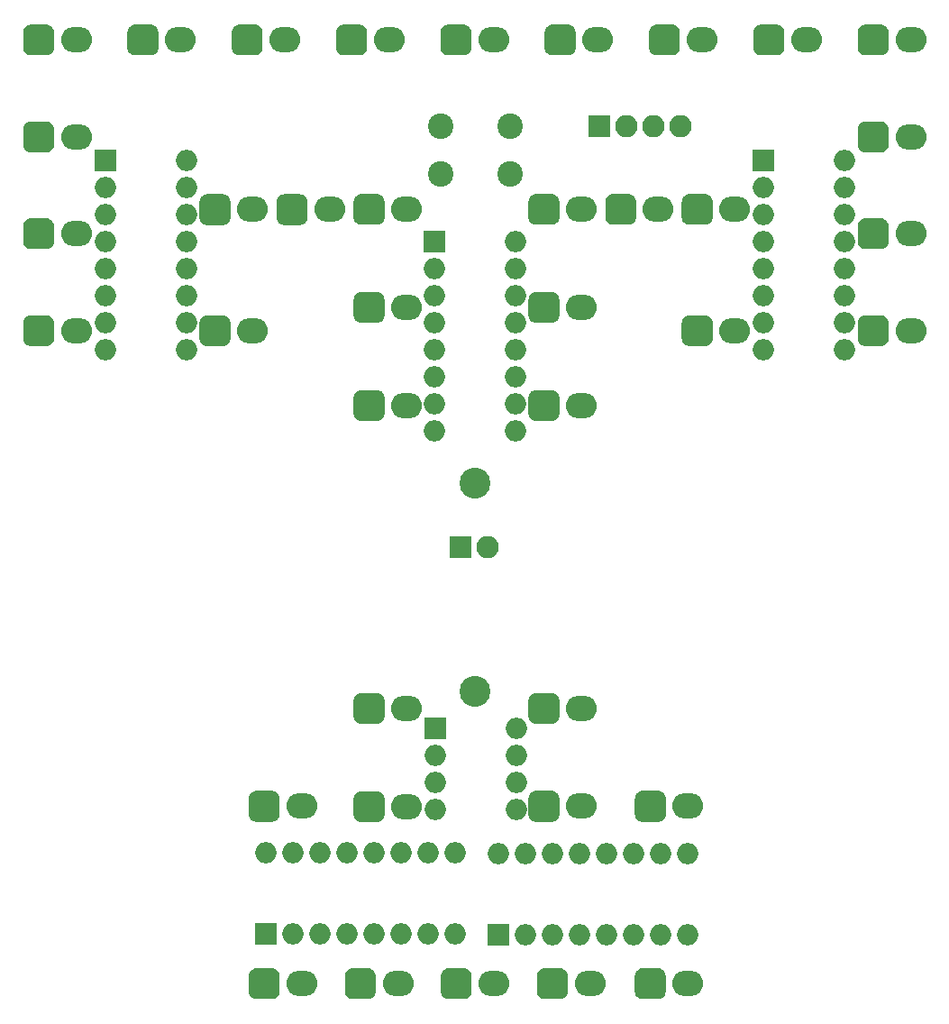
<source format=gbr>
G04 #@! TF.GenerationSoftware,KiCad,Pcbnew,(5.0.0)*
G04 #@! TF.CreationDate,2019-01-20T21:11:23-05:00*
G04 #@! TF.ProjectId,MiniTempleT,4D696E6954656D706C65542E6B696361,rev?*
G04 #@! TF.SameCoordinates,Original*
G04 #@! TF.FileFunction,Soldermask,Top*
G04 #@! TF.FilePolarity,Negative*
%FSLAX46Y46*%
G04 Gerber Fmt 4.6, Leading zero omitted, Abs format (unit mm)*
G04 Created by KiCad (PCBNEW (5.0.0)) date 01/20/19 21:11:23*
%MOMM*%
%LPD*%
G01*
G04 APERTURE LIST*
%ADD10R,2.000000X2.000000*%
%ADD11O,2.000000X2.000000*%
%ADD12C,2.400000*%
%ADD13C,2.900000*%
%ADD14R,2.100000X2.100000*%
%ADD15O,2.100000X2.100000*%
%ADD16C,0.100000*%
%ADD17O,2.900000X2.400000*%
G04 APERTURE END LIST*
D10*
G04 #@! TO.C,Tiny85*
X167450000Y-122618000D03*
D11*
X175070000Y-130238000D03*
X167450000Y-125158000D03*
X175070000Y-127698000D03*
X167450000Y-127698000D03*
X175070000Y-125158000D03*
X167450000Y-130238000D03*
X175070000Y-122618000D03*
G04 #@! TD*
D12*
G04 #@! TO.C,BTN1*
X167965000Y-70540000D03*
X167965000Y-66040000D03*
X174465000Y-70540000D03*
X174465000Y-66040000D03*
G04 #@! TD*
D13*
G04 #@! TO.C,Battery1*
X171196000Y-99569000D03*
X171196000Y-119069000D03*
G04 #@! TD*
D14*
G04 #@! TO.C,Power1*
X169799000Y-105537000D03*
D15*
X172339000Y-105537000D03*
G04 #@! TD*
D16*
G04 #@! TO.C,D1*
G36*
X130979062Y-83770491D02*
X131049440Y-83780931D01*
X131118456Y-83798218D01*
X131185445Y-83822187D01*
X131249763Y-83852607D01*
X131310788Y-83889185D01*
X131367935Y-83931567D01*
X131420652Y-83979348D01*
X131468433Y-84032065D01*
X131510815Y-84089212D01*
X131547393Y-84150237D01*
X131577813Y-84214555D01*
X131601782Y-84281544D01*
X131619069Y-84350560D01*
X131629509Y-84420938D01*
X131633000Y-84492000D01*
X131633000Y-85942000D01*
X131629509Y-86013062D01*
X131619069Y-86083440D01*
X131601782Y-86152456D01*
X131577813Y-86219445D01*
X131547393Y-86283763D01*
X131510815Y-86344788D01*
X131468433Y-86401935D01*
X131420652Y-86454652D01*
X131367935Y-86502433D01*
X131310788Y-86544815D01*
X131249763Y-86581393D01*
X131185445Y-86611813D01*
X131118456Y-86635782D01*
X131049440Y-86653069D01*
X130979062Y-86663509D01*
X130908000Y-86667000D01*
X129458000Y-86667000D01*
X129386938Y-86663509D01*
X129316560Y-86653069D01*
X129247544Y-86635782D01*
X129180555Y-86611813D01*
X129116237Y-86581393D01*
X129055212Y-86544815D01*
X128998065Y-86502433D01*
X128945348Y-86454652D01*
X128897567Y-86401935D01*
X128855185Y-86344788D01*
X128818607Y-86283763D01*
X128788187Y-86219445D01*
X128764218Y-86152456D01*
X128746931Y-86083440D01*
X128736491Y-86013062D01*
X128733000Y-85942000D01*
X128733000Y-84492000D01*
X128736491Y-84420938D01*
X128746931Y-84350560D01*
X128764218Y-84281544D01*
X128788187Y-84214555D01*
X128818607Y-84150237D01*
X128855185Y-84089212D01*
X128897567Y-84032065D01*
X128945348Y-83979348D01*
X128998065Y-83931567D01*
X129055212Y-83889185D01*
X129116237Y-83852607D01*
X129180555Y-83822187D01*
X129247544Y-83798218D01*
X129316560Y-83780931D01*
X129386938Y-83770491D01*
X129458000Y-83767000D01*
X130908000Y-83767000D01*
X130979062Y-83770491D01*
X130979062Y-83770491D01*
G37*
D13*
X130183000Y-85217000D03*
D17*
X133723000Y-85217000D03*
G04 #@! TD*
G04 #@! TO.C,D2*
X133723000Y-76117000D03*
D16*
G36*
X130979062Y-74670491D02*
X131049440Y-74680931D01*
X131118456Y-74698218D01*
X131185445Y-74722187D01*
X131249763Y-74752607D01*
X131310788Y-74789185D01*
X131367935Y-74831567D01*
X131420652Y-74879348D01*
X131468433Y-74932065D01*
X131510815Y-74989212D01*
X131547393Y-75050237D01*
X131577813Y-75114555D01*
X131601782Y-75181544D01*
X131619069Y-75250560D01*
X131629509Y-75320938D01*
X131633000Y-75392000D01*
X131633000Y-76842000D01*
X131629509Y-76913062D01*
X131619069Y-76983440D01*
X131601782Y-77052456D01*
X131577813Y-77119445D01*
X131547393Y-77183763D01*
X131510815Y-77244788D01*
X131468433Y-77301935D01*
X131420652Y-77354652D01*
X131367935Y-77402433D01*
X131310788Y-77444815D01*
X131249763Y-77481393D01*
X131185445Y-77511813D01*
X131118456Y-77535782D01*
X131049440Y-77553069D01*
X130979062Y-77563509D01*
X130908000Y-77567000D01*
X129458000Y-77567000D01*
X129386938Y-77563509D01*
X129316560Y-77553069D01*
X129247544Y-77535782D01*
X129180555Y-77511813D01*
X129116237Y-77481393D01*
X129055212Y-77444815D01*
X128998065Y-77402433D01*
X128945348Y-77354652D01*
X128897567Y-77301935D01*
X128855185Y-77244788D01*
X128818607Y-77183763D01*
X128788187Y-77119445D01*
X128764218Y-77052456D01*
X128746931Y-76983440D01*
X128736491Y-76913062D01*
X128733000Y-76842000D01*
X128733000Y-75392000D01*
X128736491Y-75320938D01*
X128746931Y-75250560D01*
X128764218Y-75181544D01*
X128788187Y-75114555D01*
X128818607Y-75050237D01*
X128855185Y-74989212D01*
X128897567Y-74932065D01*
X128945348Y-74879348D01*
X128998065Y-74831567D01*
X129055212Y-74789185D01*
X129116237Y-74752607D01*
X129180555Y-74722187D01*
X129247544Y-74698218D01*
X129316560Y-74680931D01*
X129386938Y-74670491D01*
X129458000Y-74667000D01*
X130908000Y-74667000D01*
X130979062Y-74670491D01*
X130979062Y-74670491D01*
G37*
D13*
X130183000Y-76117000D03*
G04 #@! TD*
D17*
G04 #@! TO.C,D3*
X133723000Y-67017000D03*
D16*
G36*
X130979062Y-65570491D02*
X131049440Y-65580931D01*
X131118456Y-65598218D01*
X131185445Y-65622187D01*
X131249763Y-65652607D01*
X131310788Y-65689185D01*
X131367935Y-65731567D01*
X131420652Y-65779348D01*
X131468433Y-65832065D01*
X131510815Y-65889212D01*
X131547393Y-65950237D01*
X131577813Y-66014555D01*
X131601782Y-66081544D01*
X131619069Y-66150560D01*
X131629509Y-66220938D01*
X131633000Y-66292000D01*
X131633000Y-67742000D01*
X131629509Y-67813062D01*
X131619069Y-67883440D01*
X131601782Y-67952456D01*
X131577813Y-68019445D01*
X131547393Y-68083763D01*
X131510815Y-68144788D01*
X131468433Y-68201935D01*
X131420652Y-68254652D01*
X131367935Y-68302433D01*
X131310788Y-68344815D01*
X131249763Y-68381393D01*
X131185445Y-68411813D01*
X131118456Y-68435782D01*
X131049440Y-68453069D01*
X130979062Y-68463509D01*
X130908000Y-68467000D01*
X129458000Y-68467000D01*
X129386938Y-68463509D01*
X129316560Y-68453069D01*
X129247544Y-68435782D01*
X129180555Y-68411813D01*
X129116237Y-68381393D01*
X129055212Y-68344815D01*
X128998065Y-68302433D01*
X128945348Y-68254652D01*
X128897567Y-68201935D01*
X128855185Y-68144788D01*
X128818607Y-68083763D01*
X128788187Y-68019445D01*
X128764218Y-67952456D01*
X128746931Y-67883440D01*
X128736491Y-67813062D01*
X128733000Y-67742000D01*
X128733000Y-66292000D01*
X128736491Y-66220938D01*
X128746931Y-66150560D01*
X128764218Y-66081544D01*
X128788187Y-66014555D01*
X128818607Y-65950237D01*
X128855185Y-65889212D01*
X128897567Y-65832065D01*
X128945348Y-65779348D01*
X128998065Y-65731567D01*
X129055212Y-65689185D01*
X129116237Y-65652607D01*
X129180555Y-65622187D01*
X129247544Y-65598218D01*
X129316560Y-65580931D01*
X129386938Y-65570491D01*
X129458000Y-65567000D01*
X130908000Y-65567000D01*
X130979062Y-65570491D01*
X130979062Y-65570491D01*
G37*
D13*
X130183000Y-67017000D03*
G04 #@! TD*
D17*
G04 #@! TO.C,D4*
X133723000Y-57917000D03*
D16*
G36*
X130979062Y-56470491D02*
X131049440Y-56480931D01*
X131118456Y-56498218D01*
X131185445Y-56522187D01*
X131249763Y-56552607D01*
X131310788Y-56589185D01*
X131367935Y-56631567D01*
X131420652Y-56679348D01*
X131468433Y-56732065D01*
X131510815Y-56789212D01*
X131547393Y-56850237D01*
X131577813Y-56914555D01*
X131601782Y-56981544D01*
X131619069Y-57050560D01*
X131629509Y-57120938D01*
X131633000Y-57192000D01*
X131633000Y-58642000D01*
X131629509Y-58713062D01*
X131619069Y-58783440D01*
X131601782Y-58852456D01*
X131577813Y-58919445D01*
X131547393Y-58983763D01*
X131510815Y-59044788D01*
X131468433Y-59101935D01*
X131420652Y-59154652D01*
X131367935Y-59202433D01*
X131310788Y-59244815D01*
X131249763Y-59281393D01*
X131185445Y-59311813D01*
X131118456Y-59335782D01*
X131049440Y-59353069D01*
X130979062Y-59363509D01*
X130908000Y-59367000D01*
X129458000Y-59367000D01*
X129386938Y-59363509D01*
X129316560Y-59353069D01*
X129247544Y-59335782D01*
X129180555Y-59311813D01*
X129116237Y-59281393D01*
X129055212Y-59244815D01*
X128998065Y-59202433D01*
X128945348Y-59154652D01*
X128897567Y-59101935D01*
X128855185Y-59044788D01*
X128818607Y-58983763D01*
X128788187Y-58919445D01*
X128764218Y-58852456D01*
X128746931Y-58783440D01*
X128736491Y-58713062D01*
X128733000Y-58642000D01*
X128733000Y-57192000D01*
X128736491Y-57120938D01*
X128746931Y-57050560D01*
X128764218Y-56981544D01*
X128788187Y-56914555D01*
X128818607Y-56850237D01*
X128855185Y-56789212D01*
X128897567Y-56732065D01*
X128945348Y-56679348D01*
X128998065Y-56631567D01*
X129055212Y-56589185D01*
X129116237Y-56552607D01*
X129180555Y-56522187D01*
X129247544Y-56498218D01*
X129316560Y-56480931D01*
X129386938Y-56470491D01*
X129458000Y-56467000D01*
X130908000Y-56467000D01*
X130979062Y-56470491D01*
X130979062Y-56470491D01*
G37*
D13*
X130183000Y-57917000D03*
G04 #@! TD*
D16*
G04 #@! TO.C,D5*
G36*
X140779062Y-56470491D02*
X140849440Y-56480931D01*
X140918456Y-56498218D01*
X140985445Y-56522187D01*
X141049763Y-56552607D01*
X141110788Y-56589185D01*
X141167935Y-56631567D01*
X141220652Y-56679348D01*
X141268433Y-56732065D01*
X141310815Y-56789212D01*
X141347393Y-56850237D01*
X141377813Y-56914555D01*
X141401782Y-56981544D01*
X141419069Y-57050560D01*
X141429509Y-57120938D01*
X141433000Y-57192000D01*
X141433000Y-58642000D01*
X141429509Y-58713062D01*
X141419069Y-58783440D01*
X141401782Y-58852456D01*
X141377813Y-58919445D01*
X141347393Y-58983763D01*
X141310815Y-59044788D01*
X141268433Y-59101935D01*
X141220652Y-59154652D01*
X141167935Y-59202433D01*
X141110788Y-59244815D01*
X141049763Y-59281393D01*
X140985445Y-59311813D01*
X140918456Y-59335782D01*
X140849440Y-59353069D01*
X140779062Y-59363509D01*
X140708000Y-59367000D01*
X139258000Y-59367000D01*
X139186938Y-59363509D01*
X139116560Y-59353069D01*
X139047544Y-59335782D01*
X138980555Y-59311813D01*
X138916237Y-59281393D01*
X138855212Y-59244815D01*
X138798065Y-59202433D01*
X138745348Y-59154652D01*
X138697567Y-59101935D01*
X138655185Y-59044788D01*
X138618607Y-58983763D01*
X138588187Y-58919445D01*
X138564218Y-58852456D01*
X138546931Y-58783440D01*
X138536491Y-58713062D01*
X138533000Y-58642000D01*
X138533000Y-57192000D01*
X138536491Y-57120938D01*
X138546931Y-57050560D01*
X138564218Y-56981544D01*
X138588187Y-56914555D01*
X138618607Y-56850237D01*
X138655185Y-56789212D01*
X138697567Y-56732065D01*
X138745348Y-56679348D01*
X138798065Y-56631567D01*
X138855212Y-56589185D01*
X138916237Y-56552607D01*
X138980555Y-56522187D01*
X139047544Y-56498218D01*
X139116560Y-56480931D01*
X139186938Y-56470491D01*
X139258000Y-56467000D01*
X140708000Y-56467000D01*
X140779062Y-56470491D01*
X140779062Y-56470491D01*
G37*
D13*
X139983000Y-57917000D03*
D17*
X143523000Y-57917000D03*
G04 #@! TD*
G04 #@! TO.C,D6*
X153323000Y-57917000D03*
D16*
G36*
X150579062Y-56470491D02*
X150649440Y-56480931D01*
X150718456Y-56498218D01*
X150785445Y-56522187D01*
X150849763Y-56552607D01*
X150910788Y-56589185D01*
X150967935Y-56631567D01*
X151020652Y-56679348D01*
X151068433Y-56732065D01*
X151110815Y-56789212D01*
X151147393Y-56850237D01*
X151177813Y-56914555D01*
X151201782Y-56981544D01*
X151219069Y-57050560D01*
X151229509Y-57120938D01*
X151233000Y-57192000D01*
X151233000Y-58642000D01*
X151229509Y-58713062D01*
X151219069Y-58783440D01*
X151201782Y-58852456D01*
X151177813Y-58919445D01*
X151147393Y-58983763D01*
X151110815Y-59044788D01*
X151068433Y-59101935D01*
X151020652Y-59154652D01*
X150967935Y-59202433D01*
X150910788Y-59244815D01*
X150849763Y-59281393D01*
X150785445Y-59311813D01*
X150718456Y-59335782D01*
X150649440Y-59353069D01*
X150579062Y-59363509D01*
X150508000Y-59367000D01*
X149058000Y-59367000D01*
X148986938Y-59363509D01*
X148916560Y-59353069D01*
X148847544Y-59335782D01*
X148780555Y-59311813D01*
X148716237Y-59281393D01*
X148655212Y-59244815D01*
X148598065Y-59202433D01*
X148545348Y-59154652D01*
X148497567Y-59101935D01*
X148455185Y-59044788D01*
X148418607Y-58983763D01*
X148388187Y-58919445D01*
X148364218Y-58852456D01*
X148346931Y-58783440D01*
X148336491Y-58713062D01*
X148333000Y-58642000D01*
X148333000Y-57192000D01*
X148336491Y-57120938D01*
X148346931Y-57050560D01*
X148364218Y-56981544D01*
X148388187Y-56914555D01*
X148418607Y-56850237D01*
X148455185Y-56789212D01*
X148497567Y-56732065D01*
X148545348Y-56679348D01*
X148598065Y-56631567D01*
X148655212Y-56589185D01*
X148716237Y-56552607D01*
X148780555Y-56522187D01*
X148847544Y-56498218D01*
X148916560Y-56480931D01*
X148986938Y-56470491D01*
X149058000Y-56467000D01*
X150508000Y-56467000D01*
X150579062Y-56470491D01*
X150579062Y-56470491D01*
G37*
D13*
X149783000Y-57917000D03*
G04 #@! TD*
D16*
G04 #@! TO.C,D7*
G36*
X160379062Y-56470491D02*
X160449440Y-56480931D01*
X160518456Y-56498218D01*
X160585445Y-56522187D01*
X160649763Y-56552607D01*
X160710788Y-56589185D01*
X160767935Y-56631567D01*
X160820652Y-56679348D01*
X160868433Y-56732065D01*
X160910815Y-56789212D01*
X160947393Y-56850237D01*
X160977813Y-56914555D01*
X161001782Y-56981544D01*
X161019069Y-57050560D01*
X161029509Y-57120938D01*
X161033000Y-57192000D01*
X161033000Y-58642000D01*
X161029509Y-58713062D01*
X161019069Y-58783440D01*
X161001782Y-58852456D01*
X160977813Y-58919445D01*
X160947393Y-58983763D01*
X160910815Y-59044788D01*
X160868433Y-59101935D01*
X160820652Y-59154652D01*
X160767935Y-59202433D01*
X160710788Y-59244815D01*
X160649763Y-59281393D01*
X160585445Y-59311813D01*
X160518456Y-59335782D01*
X160449440Y-59353069D01*
X160379062Y-59363509D01*
X160308000Y-59367000D01*
X158858000Y-59367000D01*
X158786938Y-59363509D01*
X158716560Y-59353069D01*
X158647544Y-59335782D01*
X158580555Y-59311813D01*
X158516237Y-59281393D01*
X158455212Y-59244815D01*
X158398065Y-59202433D01*
X158345348Y-59154652D01*
X158297567Y-59101935D01*
X158255185Y-59044788D01*
X158218607Y-58983763D01*
X158188187Y-58919445D01*
X158164218Y-58852456D01*
X158146931Y-58783440D01*
X158136491Y-58713062D01*
X158133000Y-58642000D01*
X158133000Y-57192000D01*
X158136491Y-57120938D01*
X158146931Y-57050560D01*
X158164218Y-56981544D01*
X158188187Y-56914555D01*
X158218607Y-56850237D01*
X158255185Y-56789212D01*
X158297567Y-56732065D01*
X158345348Y-56679348D01*
X158398065Y-56631567D01*
X158455212Y-56589185D01*
X158516237Y-56552607D01*
X158580555Y-56522187D01*
X158647544Y-56498218D01*
X158716560Y-56480931D01*
X158786938Y-56470491D01*
X158858000Y-56467000D01*
X160308000Y-56467000D01*
X160379062Y-56470491D01*
X160379062Y-56470491D01*
G37*
D13*
X159583000Y-57917000D03*
D17*
X163123000Y-57917000D03*
G04 #@! TD*
D16*
G04 #@! TO.C,D8*
G36*
X170179062Y-56470491D02*
X170249440Y-56480931D01*
X170318456Y-56498218D01*
X170385445Y-56522187D01*
X170449763Y-56552607D01*
X170510788Y-56589185D01*
X170567935Y-56631567D01*
X170620652Y-56679348D01*
X170668433Y-56732065D01*
X170710815Y-56789212D01*
X170747393Y-56850237D01*
X170777813Y-56914555D01*
X170801782Y-56981544D01*
X170819069Y-57050560D01*
X170829509Y-57120938D01*
X170833000Y-57192000D01*
X170833000Y-58642000D01*
X170829509Y-58713062D01*
X170819069Y-58783440D01*
X170801782Y-58852456D01*
X170777813Y-58919445D01*
X170747393Y-58983763D01*
X170710815Y-59044788D01*
X170668433Y-59101935D01*
X170620652Y-59154652D01*
X170567935Y-59202433D01*
X170510788Y-59244815D01*
X170449763Y-59281393D01*
X170385445Y-59311813D01*
X170318456Y-59335782D01*
X170249440Y-59353069D01*
X170179062Y-59363509D01*
X170108000Y-59367000D01*
X168658000Y-59367000D01*
X168586938Y-59363509D01*
X168516560Y-59353069D01*
X168447544Y-59335782D01*
X168380555Y-59311813D01*
X168316237Y-59281393D01*
X168255212Y-59244815D01*
X168198065Y-59202433D01*
X168145348Y-59154652D01*
X168097567Y-59101935D01*
X168055185Y-59044788D01*
X168018607Y-58983763D01*
X167988187Y-58919445D01*
X167964218Y-58852456D01*
X167946931Y-58783440D01*
X167936491Y-58713062D01*
X167933000Y-58642000D01*
X167933000Y-57192000D01*
X167936491Y-57120938D01*
X167946931Y-57050560D01*
X167964218Y-56981544D01*
X167988187Y-56914555D01*
X168018607Y-56850237D01*
X168055185Y-56789212D01*
X168097567Y-56732065D01*
X168145348Y-56679348D01*
X168198065Y-56631567D01*
X168255212Y-56589185D01*
X168316237Y-56552607D01*
X168380555Y-56522187D01*
X168447544Y-56498218D01*
X168516560Y-56480931D01*
X168586938Y-56470491D01*
X168658000Y-56467000D01*
X170108000Y-56467000D01*
X170179062Y-56470491D01*
X170179062Y-56470491D01*
G37*
D13*
X169383000Y-57917000D03*
D17*
X172923000Y-57917000D03*
G04 #@! TD*
G04 #@! TO.C,D9*
X182723000Y-57917000D03*
D16*
G36*
X179979062Y-56470491D02*
X180049440Y-56480931D01*
X180118456Y-56498218D01*
X180185445Y-56522187D01*
X180249763Y-56552607D01*
X180310788Y-56589185D01*
X180367935Y-56631567D01*
X180420652Y-56679348D01*
X180468433Y-56732065D01*
X180510815Y-56789212D01*
X180547393Y-56850237D01*
X180577813Y-56914555D01*
X180601782Y-56981544D01*
X180619069Y-57050560D01*
X180629509Y-57120938D01*
X180633000Y-57192000D01*
X180633000Y-58642000D01*
X180629509Y-58713062D01*
X180619069Y-58783440D01*
X180601782Y-58852456D01*
X180577813Y-58919445D01*
X180547393Y-58983763D01*
X180510815Y-59044788D01*
X180468433Y-59101935D01*
X180420652Y-59154652D01*
X180367935Y-59202433D01*
X180310788Y-59244815D01*
X180249763Y-59281393D01*
X180185445Y-59311813D01*
X180118456Y-59335782D01*
X180049440Y-59353069D01*
X179979062Y-59363509D01*
X179908000Y-59367000D01*
X178458000Y-59367000D01*
X178386938Y-59363509D01*
X178316560Y-59353069D01*
X178247544Y-59335782D01*
X178180555Y-59311813D01*
X178116237Y-59281393D01*
X178055212Y-59244815D01*
X177998065Y-59202433D01*
X177945348Y-59154652D01*
X177897567Y-59101935D01*
X177855185Y-59044788D01*
X177818607Y-58983763D01*
X177788187Y-58919445D01*
X177764218Y-58852456D01*
X177746931Y-58783440D01*
X177736491Y-58713062D01*
X177733000Y-58642000D01*
X177733000Y-57192000D01*
X177736491Y-57120938D01*
X177746931Y-57050560D01*
X177764218Y-56981544D01*
X177788187Y-56914555D01*
X177818607Y-56850237D01*
X177855185Y-56789212D01*
X177897567Y-56732065D01*
X177945348Y-56679348D01*
X177998065Y-56631567D01*
X178055212Y-56589185D01*
X178116237Y-56552607D01*
X178180555Y-56522187D01*
X178247544Y-56498218D01*
X178316560Y-56480931D01*
X178386938Y-56470491D01*
X178458000Y-56467000D01*
X179908000Y-56467000D01*
X179979062Y-56470491D01*
X179979062Y-56470491D01*
G37*
D13*
X179183000Y-57917000D03*
G04 #@! TD*
D17*
G04 #@! TO.C,D10*
X192523000Y-57917000D03*
D16*
G36*
X189779062Y-56470491D02*
X189849440Y-56480931D01*
X189918456Y-56498218D01*
X189985445Y-56522187D01*
X190049763Y-56552607D01*
X190110788Y-56589185D01*
X190167935Y-56631567D01*
X190220652Y-56679348D01*
X190268433Y-56732065D01*
X190310815Y-56789212D01*
X190347393Y-56850237D01*
X190377813Y-56914555D01*
X190401782Y-56981544D01*
X190419069Y-57050560D01*
X190429509Y-57120938D01*
X190433000Y-57192000D01*
X190433000Y-58642000D01*
X190429509Y-58713062D01*
X190419069Y-58783440D01*
X190401782Y-58852456D01*
X190377813Y-58919445D01*
X190347393Y-58983763D01*
X190310815Y-59044788D01*
X190268433Y-59101935D01*
X190220652Y-59154652D01*
X190167935Y-59202433D01*
X190110788Y-59244815D01*
X190049763Y-59281393D01*
X189985445Y-59311813D01*
X189918456Y-59335782D01*
X189849440Y-59353069D01*
X189779062Y-59363509D01*
X189708000Y-59367000D01*
X188258000Y-59367000D01*
X188186938Y-59363509D01*
X188116560Y-59353069D01*
X188047544Y-59335782D01*
X187980555Y-59311813D01*
X187916237Y-59281393D01*
X187855212Y-59244815D01*
X187798065Y-59202433D01*
X187745348Y-59154652D01*
X187697567Y-59101935D01*
X187655185Y-59044788D01*
X187618607Y-58983763D01*
X187588187Y-58919445D01*
X187564218Y-58852456D01*
X187546931Y-58783440D01*
X187536491Y-58713062D01*
X187533000Y-58642000D01*
X187533000Y-57192000D01*
X187536491Y-57120938D01*
X187546931Y-57050560D01*
X187564218Y-56981544D01*
X187588187Y-56914555D01*
X187618607Y-56850237D01*
X187655185Y-56789212D01*
X187697567Y-56732065D01*
X187745348Y-56679348D01*
X187798065Y-56631567D01*
X187855212Y-56589185D01*
X187916237Y-56552607D01*
X187980555Y-56522187D01*
X188047544Y-56498218D01*
X188116560Y-56480931D01*
X188186938Y-56470491D01*
X188258000Y-56467000D01*
X189708000Y-56467000D01*
X189779062Y-56470491D01*
X189779062Y-56470491D01*
G37*
D13*
X188983000Y-57917000D03*
G04 #@! TD*
D16*
G04 #@! TO.C,D11*
G36*
X199579062Y-56470491D02*
X199649440Y-56480931D01*
X199718456Y-56498218D01*
X199785445Y-56522187D01*
X199849763Y-56552607D01*
X199910788Y-56589185D01*
X199967935Y-56631567D01*
X200020652Y-56679348D01*
X200068433Y-56732065D01*
X200110815Y-56789212D01*
X200147393Y-56850237D01*
X200177813Y-56914555D01*
X200201782Y-56981544D01*
X200219069Y-57050560D01*
X200229509Y-57120938D01*
X200233000Y-57192000D01*
X200233000Y-58642000D01*
X200229509Y-58713062D01*
X200219069Y-58783440D01*
X200201782Y-58852456D01*
X200177813Y-58919445D01*
X200147393Y-58983763D01*
X200110815Y-59044788D01*
X200068433Y-59101935D01*
X200020652Y-59154652D01*
X199967935Y-59202433D01*
X199910788Y-59244815D01*
X199849763Y-59281393D01*
X199785445Y-59311813D01*
X199718456Y-59335782D01*
X199649440Y-59353069D01*
X199579062Y-59363509D01*
X199508000Y-59367000D01*
X198058000Y-59367000D01*
X197986938Y-59363509D01*
X197916560Y-59353069D01*
X197847544Y-59335782D01*
X197780555Y-59311813D01*
X197716237Y-59281393D01*
X197655212Y-59244815D01*
X197598065Y-59202433D01*
X197545348Y-59154652D01*
X197497567Y-59101935D01*
X197455185Y-59044788D01*
X197418607Y-58983763D01*
X197388187Y-58919445D01*
X197364218Y-58852456D01*
X197346931Y-58783440D01*
X197336491Y-58713062D01*
X197333000Y-58642000D01*
X197333000Y-57192000D01*
X197336491Y-57120938D01*
X197346931Y-57050560D01*
X197364218Y-56981544D01*
X197388187Y-56914555D01*
X197418607Y-56850237D01*
X197455185Y-56789212D01*
X197497567Y-56732065D01*
X197545348Y-56679348D01*
X197598065Y-56631567D01*
X197655212Y-56589185D01*
X197716237Y-56552607D01*
X197780555Y-56522187D01*
X197847544Y-56498218D01*
X197916560Y-56480931D01*
X197986938Y-56470491D01*
X198058000Y-56467000D01*
X199508000Y-56467000D01*
X199579062Y-56470491D01*
X199579062Y-56470491D01*
G37*
D13*
X198783000Y-57917000D03*
D17*
X202323000Y-57917000D03*
G04 #@! TD*
G04 #@! TO.C,D12*
X212123000Y-57917000D03*
D16*
G36*
X209379062Y-56470491D02*
X209449440Y-56480931D01*
X209518456Y-56498218D01*
X209585445Y-56522187D01*
X209649763Y-56552607D01*
X209710788Y-56589185D01*
X209767935Y-56631567D01*
X209820652Y-56679348D01*
X209868433Y-56732065D01*
X209910815Y-56789212D01*
X209947393Y-56850237D01*
X209977813Y-56914555D01*
X210001782Y-56981544D01*
X210019069Y-57050560D01*
X210029509Y-57120938D01*
X210033000Y-57192000D01*
X210033000Y-58642000D01*
X210029509Y-58713062D01*
X210019069Y-58783440D01*
X210001782Y-58852456D01*
X209977813Y-58919445D01*
X209947393Y-58983763D01*
X209910815Y-59044788D01*
X209868433Y-59101935D01*
X209820652Y-59154652D01*
X209767935Y-59202433D01*
X209710788Y-59244815D01*
X209649763Y-59281393D01*
X209585445Y-59311813D01*
X209518456Y-59335782D01*
X209449440Y-59353069D01*
X209379062Y-59363509D01*
X209308000Y-59367000D01*
X207858000Y-59367000D01*
X207786938Y-59363509D01*
X207716560Y-59353069D01*
X207647544Y-59335782D01*
X207580555Y-59311813D01*
X207516237Y-59281393D01*
X207455212Y-59244815D01*
X207398065Y-59202433D01*
X207345348Y-59154652D01*
X207297567Y-59101935D01*
X207255185Y-59044788D01*
X207218607Y-58983763D01*
X207188187Y-58919445D01*
X207164218Y-58852456D01*
X207146931Y-58783440D01*
X207136491Y-58713062D01*
X207133000Y-58642000D01*
X207133000Y-57192000D01*
X207136491Y-57120938D01*
X207146931Y-57050560D01*
X207164218Y-56981544D01*
X207188187Y-56914555D01*
X207218607Y-56850237D01*
X207255185Y-56789212D01*
X207297567Y-56732065D01*
X207345348Y-56679348D01*
X207398065Y-56631567D01*
X207455212Y-56589185D01*
X207516237Y-56552607D01*
X207580555Y-56522187D01*
X207647544Y-56498218D01*
X207716560Y-56480931D01*
X207786938Y-56470491D01*
X207858000Y-56467000D01*
X209308000Y-56467000D01*
X209379062Y-56470491D01*
X209379062Y-56470491D01*
G37*
D13*
X208583000Y-57917000D03*
G04 #@! TD*
D16*
G04 #@! TO.C,D13*
G36*
X209379062Y-65570491D02*
X209449440Y-65580931D01*
X209518456Y-65598218D01*
X209585445Y-65622187D01*
X209649763Y-65652607D01*
X209710788Y-65689185D01*
X209767935Y-65731567D01*
X209820652Y-65779348D01*
X209868433Y-65832065D01*
X209910815Y-65889212D01*
X209947393Y-65950237D01*
X209977813Y-66014555D01*
X210001782Y-66081544D01*
X210019069Y-66150560D01*
X210029509Y-66220938D01*
X210033000Y-66292000D01*
X210033000Y-67742000D01*
X210029509Y-67813062D01*
X210019069Y-67883440D01*
X210001782Y-67952456D01*
X209977813Y-68019445D01*
X209947393Y-68083763D01*
X209910815Y-68144788D01*
X209868433Y-68201935D01*
X209820652Y-68254652D01*
X209767935Y-68302433D01*
X209710788Y-68344815D01*
X209649763Y-68381393D01*
X209585445Y-68411813D01*
X209518456Y-68435782D01*
X209449440Y-68453069D01*
X209379062Y-68463509D01*
X209308000Y-68467000D01*
X207858000Y-68467000D01*
X207786938Y-68463509D01*
X207716560Y-68453069D01*
X207647544Y-68435782D01*
X207580555Y-68411813D01*
X207516237Y-68381393D01*
X207455212Y-68344815D01*
X207398065Y-68302433D01*
X207345348Y-68254652D01*
X207297567Y-68201935D01*
X207255185Y-68144788D01*
X207218607Y-68083763D01*
X207188187Y-68019445D01*
X207164218Y-67952456D01*
X207146931Y-67883440D01*
X207136491Y-67813062D01*
X207133000Y-67742000D01*
X207133000Y-66292000D01*
X207136491Y-66220938D01*
X207146931Y-66150560D01*
X207164218Y-66081544D01*
X207188187Y-66014555D01*
X207218607Y-65950237D01*
X207255185Y-65889212D01*
X207297567Y-65832065D01*
X207345348Y-65779348D01*
X207398065Y-65731567D01*
X207455212Y-65689185D01*
X207516237Y-65652607D01*
X207580555Y-65622187D01*
X207647544Y-65598218D01*
X207716560Y-65580931D01*
X207786938Y-65570491D01*
X207858000Y-65567000D01*
X209308000Y-65567000D01*
X209379062Y-65570491D01*
X209379062Y-65570491D01*
G37*
D13*
X208583000Y-67017000D03*
D17*
X212123000Y-67017000D03*
G04 #@! TD*
G04 #@! TO.C,D14*
X212123000Y-76117000D03*
D16*
G36*
X209379062Y-74670491D02*
X209449440Y-74680931D01*
X209518456Y-74698218D01*
X209585445Y-74722187D01*
X209649763Y-74752607D01*
X209710788Y-74789185D01*
X209767935Y-74831567D01*
X209820652Y-74879348D01*
X209868433Y-74932065D01*
X209910815Y-74989212D01*
X209947393Y-75050237D01*
X209977813Y-75114555D01*
X210001782Y-75181544D01*
X210019069Y-75250560D01*
X210029509Y-75320938D01*
X210033000Y-75392000D01*
X210033000Y-76842000D01*
X210029509Y-76913062D01*
X210019069Y-76983440D01*
X210001782Y-77052456D01*
X209977813Y-77119445D01*
X209947393Y-77183763D01*
X209910815Y-77244788D01*
X209868433Y-77301935D01*
X209820652Y-77354652D01*
X209767935Y-77402433D01*
X209710788Y-77444815D01*
X209649763Y-77481393D01*
X209585445Y-77511813D01*
X209518456Y-77535782D01*
X209449440Y-77553069D01*
X209379062Y-77563509D01*
X209308000Y-77567000D01*
X207858000Y-77567000D01*
X207786938Y-77563509D01*
X207716560Y-77553069D01*
X207647544Y-77535782D01*
X207580555Y-77511813D01*
X207516237Y-77481393D01*
X207455212Y-77444815D01*
X207398065Y-77402433D01*
X207345348Y-77354652D01*
X207297567Y-77301935D01*
X207255185Y-77244788D01*
X207218607Y-77183763D01*
X207188187Y-77119445D01*
X207164218Y-77052456D01*
X207146931Y-76983440D01*
X207136491Y-76913062D01*
X207133000Y-76842000D01*
X207133000Y-75392000D01*
X207136491Y-75320938D01*
X207146931Y-75250560D01*
X207164218Y-75181544D01*
X207188187Y-75114555D01*
X207218607Y-75050237D01*
X207255185Y-74989212D01*
X207297567Y-74932065D01*
X207345348Y-74879348D01*
X207398065Y-74831567D01*
X207455212Y-74789185D01*
X207516237Y-74752607D01*
X207580555Y-74722187D01*
X207647544Y-74698218D01*
X207716560Y-74680931D01*
X207786938Y-74670491D01*
X207858000Y-74667000D01*
X209308000Y-74667000D01*
X209379062Y-74670491D01*
X209379062Y-74670491D01*
G37*
D13*
X208583000Y-76117000D03*
G04 #@! TD*
D16*
G04 #@! TO.C,D15*
G36*
X209379062Y-83770491D02*
X209449440Y-83780931D01*
X209518456Y-83798218D01*
X209585445Y-83822187D01*
X209649763Y-83852607D01*
X209710788Y-83889185D01*
X209767935Y-83931567D01*
X209820652Y-83979348D01*
X209868433Y-84032065D01*
X209910815Y-84089212D01*
X209947393Y-84150237D01*
X209977813Y-84214555D01*
X210001782Y-84281544D01*
X210019069Y-84350560D01*
X210029509Y-84420938D01*
X210033000Y-84492000D01*
X210033000Y-85942000D01*
X210029509Y-86013062D01*
X210019069Y-86083440D01*
X210001782Y-86152456D01*
X209977813Y-86219445D01*
X209947393Y-86283763D01*
X209910815Y-86344788D01*
X209868433Y-86401935D01*
X209820652Y-86454652D01*
X209767935Y-86502433D01*
X209710788Y-86544815D01*
X209649763Y-86581393D01*
X209585445Y-86611813D01*
X209518456Y-86635782D01*
X209449440Y-86653069D01*
X209379062Y-86663509D01*
X209308000Y-86667000D01*
X207858000Y-86667000D01*
X207786938Y-86663509D01*
X207716560Y-86653069D01*
X207647544Y-86635782D01*
X207580555Y-86611813D01*
X207516237Y-86581393D01*
X207455212Y-86544815D01*
X207398065Y-86502433D01*
X207345348Y-86454652D01*
X207297567Y-86401935D01*
X207255185Y-86344788D01*
X207218607Y-86283763D01*
X207188187Y-86219445D01*
X207164218Y-86152456D01*
X207146931Y-86083440D01*
X207136491Y-86013062D01*
X207133000Y-85942000D01*
X207133000Y-84492000D01*
X207136491Y-84420938D01*
X207146931Y-84350560D01*
X207164218Y-84281544D01*
X207188187Y-84214555D01*
X207218607Y-84150237D01*
X207255185Y-84089212D01*
X207297567Y-84032065D01*
X207345348Y-83979348D01*
X207398065Y-83931567D01*
X207455212Y-83889185D01*
X207516237Y-83852607D01*
X207580555Y-83822187D01*
X207647544Y-83798218D01*
X207716560Y-83780931D01*
X207786938Y-83770491D01*
X207858000Y-83767000D01*
X209308000Y-83767000D01*
X209379062Y-83770491D01*
X209379062Y-83770491D01*
G37*
D13*
X208583000Y-85217000D03*
D17*
X212123000Y-85217000D03*
G04 #@! TD*
G04 #@! TO.C,D16*
X195597000Y-85217000D03*
D16*
G36*
X192853062Y-83770491D02*
X192923440Y-83780931D01*
X192992456Y-83798218D01*
X193059445Y-83822187D01*
X193123763Y-83852607D01*
X193184788Y-83889185D01*
X193241935Y-83931567D01*
X193294652Y-83979348D01*
X193342433Y-84032065D01*
X193384815Y-84089212D01*
X193421393Y-84150237D01*
X193451813Y-84214555D01*
X193475782Y-84281544D01*
X193493069Y-84350560D01*
X193503509Y-84420938D01*
X193507000Y-84492000D01*
X193507000Y-85942000D01*
X193503509Y-86013062D01*
X193493069Y-86083440D01*
X193475782Y-86152456D01*
X193451813Y-86219445D01*
X193421393Y-86283763D01*
X193384815Y-86344788D01*
X193342433Y-86401935D01*
X193294652Y-86454652D01*
X193241935Y-86502433D01*
X193184788Y-86544815D01*
X193123763Y-86581393D01*
X193059445Y-86611813D01*
X192992456Y-86635782D01*
X192923440Y-86653069D01*
X192853062Y-86663509D01*
X192782000Y-86667000D01*
X191332000Y-86667000D01*
X191260938Y-86663509D01*
X191190560Y-86653069D01*
X191121544Y-86635782D01*
X191054555Y-86611813D01*
X190990237Y-86581393D01*
X190929212Y-86544815D01*
X190872065Y-86502433D01*
X190819348Y-86454652D01*
X190771567Y-86401935D01*
X190729185Y-86344788D01*
X190692607Y-86283763D01*
X190662187Y-86219445D01*
X190638218Y-86152456D01*
X190620931Y-86083440D01*
X190610491Y-86013062D01*
X190607000Y-85942000D01*
X190607000Y-84492000D01*
X190610491Y-84420938D01*
X190620931Y-84350560D01*
X190638218Y-84281544D01*
X190662187Y-84214555D01*
X190692607Y-84150237D01*
X190729185Y-84089212D01*
X190771567Y-84032065D01*
X190819348Y-83979348D01*
X190872065Y-83931567D01*
X190929212Y-83889185D01*
X190990237Y-83852607D01*
X191054555Y-83822187D01*
X191121544Y-83798218D01*
X191190560Y-83780931D01*
X191260938Y-83770491D01*
X191332000Y-83767000D01*
X192782000Y-83767000D01*
X192853062Y-83770491D01*
X192853062Y-83770491D01*
G37*
D13*
X192057000Y-85217000D03*
G04 #@! TD*
D17*
G04 #@! TO.C,D17*
X195597000Y-73837800D03*
D16*
G36*
X192853062Y-72391291D02*
X192923440Y-72401731D01*
X192992456Y-72419018D01*
X193059445Y-72442987D01*
X193123763Y-72473407D01*
X193184788Y-72509985D01*
X193241935Y-72552367D01*
X193294652Y-72600148D01*
X193342433Y-72652865D01*
X193384815Y-72710012D01*
X193421393Y-72771037D01*
X193451813Y-72835355D01*
X193475782Y-72902344D01*
X193493069Y-72971360D01*
X193503509Y-73041738D01*
X193507000Y-73112800D01*
X193507000Y-74562800D01*
X193503509Y-74633862D01*
X193493069Y-74704240D01*
X193475782Y-74773256D01*
X193451813Y-74840245D01*
X193421393Y-74904563D01*
X193384815Y-74965588D01*
X193342433Y-75022735D01*
X193294652Y-75075452D01*
X193241935Y-75123233D01*
X193184788Y-75165615D01*
X193123763Y-75202193D01*
X193059445Y-75232613D01*
X192992456Y-75256582D01*
X192923440Y-75273869D01*
X192853062Y-75284309D01*
X192782000Y-75287800D01*
X191332000Y-75287800D01*
X191260938Y-75284309D01*
X191190560Y-75273869D01*
X191121544Y-75256582D01*
X191054555Y-75232613D01*
X190990237Y-75202193D01*
X190929212Y-75165615D01*
X190872065Y-75123233D01*
X190819348Y-75075452D01*
X190771567Y-75022735D01*
X190729185Y-74965588D01*
X190692607Y-74904563D01*
X190662187Y-74840245D01*
X190638218Y-74773256D01*
X190620931Y-74704240D01*
X190610491Y-74633862D01*
X190607000Y-74562800D01*
X190607000Y-73112800D01*
X190610491Y-73041738D01*
X190620931Y-72971360D01*
X190638218Y-72902344D01*
X190662187Y-72835355D01*
X190692607Y-72771037D01*
X190729185Y-72710012D01*
X190771567Y-72652865D01*
X190819348Y-72600148D01*
X190872065Y-72552367D01*
X190929212Y-72509985D01*
X190990237Y-72473407D01*
X191054555Y-72442987D01*
X191121544Y-72419018D01*
X191190560Y-72401731D01*
X191260938Y-72391291D01*
X191332000Y-72387800D01*
X192782000Y-72387800D01*
X192853062Y-72391291D01*
X192853062Y-72391291D01*
G37*
D13*
X192057000Y-73837800D03*
G04 #@! TD*
D16*
G04 #@! TO.C,D18*
G36*
X185665062Y-72391291D02*
X185735440Y-72401731D01*
X185804456Y-72419018D01*
X185871445Y-72442987D01*
X185935763Y-72473407D01*
X185996788Y-72509985D01*
X186053935Y-72552367D01*
X186106652Y-72600148D01*
X186154433Y-72652865D01*
X186196815Y-72710012D01*
X186233393Y-72771037D01*
X186263813Y-72835355D01*
X186287782Y-72902344D01*
X186305069Y-72971360D01*
X186315509Y-73041738D01*
X186319000Y-73112800D01*
X186319000Y-74562800D01*
X186315509Y-74633862D01*
X186305069Y-74704240D01*
X186287782Y-74773256D01*
X186263813Y-74840245D01*
X186233393Y-74904563D01*
X186196815Y-74965588D01*
X186154433Y-75022735D01*
X186106652Y-75075452D01*
X186053935Y-75123233D01*
X185996788Y-75165615D01*
X185935763Y-75202193D01*
X185871445Y-75232613D01*
X185804456Y-75256582D01*
X185735440Y-75273869D01*
X185665062Y-75284309D01*
X185594000Y-75287800D01*
X184144000Y-75287800D01*
X184072938Y-75284309D01*
X184002560Y-75273869D01*
X183933544Y-75256582D01*
X183866555Y-75232613D01*
X183802237Y-75202193D01*
X183741212Y-75165615D01*
X183684065Y-75123233D01*
X183631348Y-75075452D01*
X183583567Y-75022735D01*
X183541185Y-74965588D01*
X183504607Y-74904563D01*
X183474187Y-74840245D01*
X183450218Y-74773256D01*
X183432931Y-74704240D01*
X183422491Y-74633862D01*
X183419000Y-74562800D01*
X183419000Y-73112800D01*
X183422491Y-73041738D01*
X183432931Y-72971360D01*
X183450218Y-72902344D01*
X183474187Y-72835355D01*
X183504607Y-72771037D01*
X183541185Y-72710012D01*
X183583567Y-72652865D01*
X183631348Y-72600148D01*
X183684065Y-72552367D01*
X183741212Y-72509985D01*
X183802237Y-72473407D01*
X183866555Y-72442987D01*
X183933544Y-72419018D01*
X184002560Y-72401731D01*
X184072938Y-72391291D01*
X184144000Y-72387800D01*
X185594000Y-72387800D01*
X185665062Y-72391291D01*
X185665062Y-72391291D01*
G37*
D13*
X184869000Y-73837800D03*
D17*
X188409000Y-73837800D03*
G04 #@! TD*
G04 #@! TO.C,D19*
X181196000Y-73837800D03*
D16*
G36*
X178452062Y-72391291D02*
X178522440Y-72401731D01*
X178591456Y-72419018D01*
X178658445Y-72442987D01*
X178722763Y-72473407D01*
X178783788Y-72509985D01*
X178840935Y-72552367D01*
X178893652Y-72600148D01*
X178941433Y-72652865D01*
X178983815Y-72710012D01*
X179020393Y-72771037D01*
X179050813Y-72835355D01*
X179074782Y-72902344D01*
X179092069Y-72971360D01*
X179102509Y-73041738D01*
X179106000Y-73112800D01*
X179106000Y-74562800D01*
X179102509Y-74633862D01*
X179092069Y-74704240D01*
X179074782Y-74773256D01*
X179050813Y-74840245D01*
X179020393Y-74904563D01*
X178983815Y-74965588D01*
X178941433Y-75022735D01*
X178893652Y-75075452D01*
X178840935Y-75123233D01*
X178783788Y-75165615D01*
X178722763Y-75202193D01*
X178658445Y-75232613D01*
X178591456Y-75256582D01*
X178522440Y-75273869D01*
X178452062Y-75284309D01*
X178381000Y-75287800D01*
X176931000Y-75287800D01*
X176859938Y-75284309D01*
X176789560Y-75273869D01*
X176720544Y-75256582D01*
X176653555Y-75232613D01*
X176589237Y-75202193D01*
X176528212Y-75165615D01*
X176471065Y-75123233D01*
X176418348Y-75075452D01*
X176370567Y-75022735D01*
X176328185Y-74965588D01*
X176291607Y-74904563D01*
X176261187Y-74840245D01*
X176237218Y-74773256D01*
X176219931Y-74704240D01*
X176209491Y-74633862D01*
X176206000Y-74562800D01*
X176206000Y-73112800D01*
X176209491Y-73041738D01*
X176219931Y-72971360D01*
X176237218Y-72902344D01*
X176261187Y-72835355D01*
X176291607Y-72771037D01*
X176328185Y-72710012D01*
X176370567Y-72652865D01*
X176418348Y-72600148D01*
X176471065Y-72552367D01*
X176528212Y-72509985D01*
X176589237Y-72473407D01*
X176653555Y-72442987D01*
X176720544Y-72419018D01*
X176789560Y-72401731D01*
X176859938Y-72391291D01*
X176931000Y-72387800D01*
X178381000Y-72387800D01*
X178452062Y-72391291D01*
X178452062Y-72391291D01*
G37*
D13*
X177656000Y-73837800D03*
G04 #@! TD*
D16*
G04 #@! TO.C,D20*
G36*
X178452062Y-81591291D02*
X178522440Y-81601731D01*
X178591456Y-81619018D01*
X178658445Y-81642987D01*
X178722763Y-81673407D01*
X178783788Y-81709985D01*
X178840935Y-81752367D01*
X178893652Y-81800148D01*
X178941433Y-81852865D01*
X178983815Y-81910012D01*
X179020393Y-81971037D01*
X179050813Y-82035355D01*
X179074782Y-82102344D01*
X179092069Y-82171360D01*
X179102509Y-82241738D01*
X179106000Y-82312800D01*
X179106000Y-83762800D01*
X179102509Y-83833862D01*
X179092069Y-83904240D01*
X179074782Y-83973256D01*
X179050813Y-84040245D01*
X179020393Y-84104563D01*
X178983815Y-84165588D01*
X178941433Y-84222735D01*
X178893652Y-84275452D01*
X178840935Y-84323233D01*
X178783788Y-84365615D01*
X178722763Y-84402193D01*
X178658445Y-84432613D01*
X178591456Y-84456582D01*
X178522440Y-84473869D01*
X178452062Y-84484309D01*
X178381000Y-84487800D01*
X176931000Y-84487800D01*
X176859938Y-84484309D01*
X176789560Y-84473869D01*
X176720544Y-84456582D01*
X176653555Y-84432613D01*
X176589237Y-84402193D01*
X176528212Y-84365615D01*
X176471065Y-84323233D01*
X176418348Y-84275452D01*
X176370567Y-84222735D01*
X176328185Y-84165588D01*
X176291607Y-84104563D01*
X176261187Y-84040245D01*
X176237218Y-83973256D01*
X176219931Y-83904240D01*
X176209491Y-83833862D01*
X176206000Y-83762800D01*
X176206000Y-82312800D01*
X176209491Y-82241738D01*
X176219931Y-82171360D01*
X176237218Y-82102344D01*
X176261187Y-82035355D01*
X176291607Y-81971037D01*
X176328185Y-81910012D01*
X176370567Y-81852865D01*
X176418348Y-81800148D01*
X176471065Y-81752367D01*
X176528212Y-81709985D01*
X176589237Y-81673407D01*
X176653555Y-81642987D01*
X176720544Y-81619018D01*
X176789560Y-81601731D01*
X176859938Y-81591291D01*
X176931000Y-81587800D01*
X178381000Y-81587800D01*
X178452062Y-81591291D01*
X178452062Y-81591291D01*
G37*
D13*
X177656000Y-83037800D03*
D17*
X181196000Y-83037800D03*
G04 #@! TD*
G04 #@! TO.C,D21*
X181196000Y-92237800D03*
D16*
G36*
X178452062Y-90791291D02*
X178522440Y-90801731D01*
X178591456Y-90819018D01*
X178658445Y-90842987D01*
X178722763Y-90873407D01*
X178783788Y-90909985D01*
X178840935Y-90952367D01*
X178893652Y-91000148D01*
X178941433Y-91052865D01*
X178983815Y-91110012D01*
X179020393Y-91171037D01*
X179050813Y-91235355D01*
X179074782Y-91302344D01*
X179092069Y-91371360D01*
X179102509Y-91441738D01*
X179106000Y-91512800D01*
X179106000Y-92962800D01*
X179102509Y-93033862D01*
X179092069Y-93104240D01*
X179074782Y-93173256D01*
X179050813Y-93240245D01*
X179020393Y-93304563D01*
X178983815Y-93365588D01*
X178941433Y-93422735D01*
X178893652Y-93475452D01*
X178840935Y-93523233D01*
X178783788Y-93565615D01*
X178722763Y-93602193D01*
X178658445Y-93632613D01*
X178591456Y-93656582D01*
X178522440Y-93673869D01*
X178452062Y-93684309D01*
X178381000Y-93687800D01*
X176931000Y-93687800D01*
X176859938Y-93684309D01*
X176789560Y-93673869D01*
X176720544Y-93656582D01*
X176653555Y-93632613D01*
X176589237Y-93602193D01*
X176528212Y-93565615D01*
X176471065Y-93523233D01*
X176418348Y-93475452D01*
X176370567Y-93422735D01*
X176328185Y-93365588D01*
X176291607Y-93304563D01*
X176261187Y-93240245D01*
X176237218Y-93173256D01*
X176219931Y-93104240D01*
X176209491Y-93033862D01*
X176206000Y-92962800D01*
X176206000Y-91512800D01*
X176209491Y-91441738D01*
X176219931Y-91371360D01*
X176237218Y-91302344D01*
X176261187Y-91235355D01*
X176291607Y-91171037D01*
X176328185Y-91110012D01*
X176370567Y-91052865D01*
X176418348Y-91000148D01*
X176471065Y-90952367D01*
X176528212Y-90909985D01*
X176589237Y-90873407D01*
X176653555Y-90842987D01*
X176720544Y-90819018D01*
X176789560Y-90801731D01*
X176859938Y-90791291D01*
X176931000Y-90787800D01*
X178381000Y-90787800D01*
X178452062Y-90791291D01*
X178452062Y-90791291D01*
G37*
D13*
X177656000Y-92237800D03*
G04 #@! TD*
D16*
G04 #@! TO.C,D22*
G36*
X178452062Y-119252491D02*
X178522440Y-119262931D01*
X178591456Y-119280218D01*
X178658445Y-119304187D01*
X178722763Y-119334607D01*
X178783788Y-119371185D01*
X178840935Y-119413567D01*
X178893652Y-119461348D01*
X178941433Y-119514065D01*
X178983815Y-119571212D01*
X179020393Y-119632237D01*
X179050813Y-119696555D01*
X179074782Y-119763544D01*
X179092069Y-119832560D01*
X179102509Y-119902938D01*
X179106000Y-119974000D01*
X179106000Y-121424000D01*
X179102509Y-121495062D01*
X179092069Y-121565440D01*
X179074782Y-121634456D01*
X179050813Y-121701445D01*
X179020393Y-121765763D01*
X178983815Y-121826788D01*
X178941433Y-121883935D01*
X178893652Y-121936652D01*
X178840935Y-121984433D01*
X178783788Y-122026815D01*
X178722763Y-122063393D01*
X178658445Y-122093813D01*
X178591456Y-122117782D01*
X178522440Y-122135069D01*
X178452062Y-122145509D01*
X178381000Y-122149000D01*
X176931000Y-122149000D01*
X176859938Y-122145509D01*
X176789560Y-122135069D01*
X176720544Y-122117782D01*
X176653555Y-122093813D01*
X176589237Y-122063393D01*
X176528212Y-122026815D01*
X176471065Y-121984433D01*
X176418348Y-121936652D01*
X176370567Y-121883935D01*
X176328185Y-121826788D01*
X176291607Y-121765763D01*
X176261187Y-121701445D01*
X176237218Y-121634456D01*
X176219931Y-121565440D01*
X176209491Y-121495062D01*
X176206000Y-121424000D01*
X176206000Y-119974000D01*
X176209491Y-119902938D01*
X176219931Y-119832560D01*
X176237218Y-119763544D01*
X176261187Y-119696555D01*
X176291607Y-119632237D01*
X176328185Y-119571212D01*
X176370567Y-119514065D01*
X176418348Y-119461348D01*
X176471065Y-119413567D01*
X176528212Y-119371185D01*
X176589237Y-119334607D01*
X176653555Y-119304187D01*
X176720544Y-119280218D01*
X176789560Y-119262931D01*
X176859938Y-119252491D01*
X176931000Y-119249000D01*
X178381000Y-119249000D01*
X178452062Y-119252491D01*
X178452062Y-119252491D01*
G37*
D13*
X177656000Y-120699000D03*
D17*
X181196000Y-120699000D03*
G04 #@! TD*
G04 #@! TO.C,D23*
X181196000Y-129899000D03*
D16*
G36*
X178452062Y-128452491D02*
X178522440Y-128462931D01*
X178591456Y-128480218D01*
X178658445Y-128504187D01*
X178722763Y-128534607D01*
X178783788Y-128571185D01*
X178840935Y-128613567D01*
X178893652Y-128661348D01*
X178941433Y-128714065D01*
X178983815Y-128771212D01*
X179020393Y-128832237D01*
X179050813Y-128896555D01*
X179074782Y-128963544D01*
X179092069Y-129032560D01*
X179102509Y-129102938D01*
X179106000Y-129174000D01*
X179106000Y-130624000D01*
X179102509Y-130695062D01*
X179092069Y-130765440D01*
X179074782Y-130834456D01*
X179050813Y-130901445D01*
X179020393Y-130965763D01*
X178983815Y-131026788D01*
X178941433Y-131083935D01*
X178893652Y-131136652D01*
X178840935Y-131184433D01*
X178783788Y-131226815D01*
X178722763Y-131263393D01*
X178658445Y-131293813D01*
X178591456Y-131317782D01*
X178522440Y-131335069D01*
X178452062Y-131345509D01*
X178381000Y-131349000D01*
X176931000Y-131349000D01*
X176859938Y-131345509D01*
X176789560Y-131335069D01*
X176720544Y-131317782D01*
X176653555Y-131293813D01*
X176589237Y-131263393D01*
X176528212Y-131226815D01*
X176471065Y-131184433D01*
X176418348Y-131136652D01*
X176370567Y-131083935D01*
X176328185Y-131026788D01*
X176291607Y-130965763D01*
X176261187Y-130901445D01*
X176237218Y-130834456D01*
X176219931Y-130765440D01*
X176209491Y-130695062D01*
X176206000Y-130624000D01*
X176206000Y-129174000D01*
X176209491Y-129102938D01*
X176219931Y-129032560D01*
X176237218Y-128963544D01*
X176261187Y-128896555D01*
X176291607Y-128832237D01*
X176328185Y-128771212D01*
X176370567Y-128714065D01*
X176418348Y-128661348D01*
X176471065Y-128613567D01*
X176528212Y-128571185D01*
X176589237Y-128534607D01*
X176653555Y-128504187D01*
X176720544Y-128480218D01*
X176789560Y-128462931D01*
X176859938Y-128452491D01*
X176931000Y-128449000D01*
X178381000Y-128449000D01*
X178452062Y-128452491D01*
X178452062Y-128452491D01*
G37*
D13*
X177656000Y-129899000D03*
G04 #@! TD*
D16*
G04 #@! TO.C,D24*
G36*
X188452062Y-128452491D02*
X188522440Y-128462931D01*
X188591456Y-128480218D01*
X188658445Y-128504187D01*
X188722763Y-128534607D01*
X188783788Y-128571185D01*
X188840935Y-128613567D01*
X188893652Y-128661348D01*
X188941433Y-128714065D01*
X188983815Y-128771212D01*
X189020393Y-128832237D01*
X189050813Y-128896555D01*
X189074782Y-128963544D01*
X189092069Y-129032560D01*
X189102509Y-129102938D01*
X189106000Y-129174000D01*
X189106000Y-130624000D01*
X189102509Y-130695062D01*
X189092069Y-130765440D01*
X189074782Y-130834456D01*
X189050813Y-130901445D01*
X189020393Y-130965763D01*
X188983815Y-131026788D01*
X188941433Y-131083935D01*
X188893652Y-131136652D01*
X188840935Y-131184433D01*
X188783788Y-131226815D01*
X188722763Y-131263393D01*
X188658445Y-131293813D01*
X188591456Y-131317782D01*
X188522440Y-131335069D01*
X188452062Y-131345509D01*
X188381000Y-131349000D01*
X186931000Y-131349000D01*
X186859938Y-131345509D01*
X186789560Y-131335069D01*
X186720544Y-131317782D01*
X186653555Y-131293813D01*
X186589237Y-131263393D01*
X186528212Y-131226815D01*
X186471065Y-131184433D01*
X186418348Y-131136652D01*
X186370567Y-131083935D01*
X186328185Y-131026788D01*
X186291607Y-130965763D01*
X186261187Y-130901445D01*
X186237218Y-130834456D01*
X186219931Y-130765440D01*
X186209491Y-130695062D01*
X186206000Y-130624000D01*
X186206000Y-129174000D01*
X186209491Y-129102938D01*
X186219931Y-129032560D01*
X186237218Y-128963544D01*
X186261187Y-128896555D01*
X186291607Y-128832237D01*
X186328185Y-128771212D01*
X186370567Y-128714065D01*
X186418348Y-128661348D01*
X186471065Y-128613567D01*
X186528212Y-128571185D01*
X186589237Y-128534607D01*
X186653555Y-128504187D01*
X186720544Y-128480218D01*
X186789560Y-128462931D01*
X186859938Y-128452491D01*
X186931000Y-128449000D01*
X188381000Y-128449000D01*
X188452062Y-128452491D01*
X188452062Y-128452491D01*
G37*
D13*
X187656000Y-129899000D03*
D17*
X191196000Y-129899000D03*
G04 #@! TD*
G04 #@! TO.C,D25*
X191190000Y-146558000D03*
D16*
G36*
X188446062Y-145111491D02*
X188516440Y-145121931D01*
X188585456Y-145139218D01*
X188652445Y-145163187D01*
X188716763Y-145193607D01*
X188777788Y-145230185D01*
X188834935Y-145272567D01*
X188887652Y-145320348D01*
X188935433Y-145373065D01*
X188977815Y-145430212D01*
X189014393Y-145491237D01*
X189044813Y-145555555D01*
X189068782Y-145622544D01*
X189086069Y-145691560D01*
X189096509Y-145761938D01*
X189100000Y-145833000D01*
X189100000Y-147283000D01*
X189096509Y-147354062D01*
X189086069Y-147424440D01*
X189068782Y-147493456D01*
X189044813Y-147560445D01*
X189014393Y-147624763D01*
X188977815Y-147685788D01*
X188935433Y-147742935D01*
X188887652Y-147795652D01*
X188834935Y-147843433D01*
X188777788Y-147885815D01*
X188716763Y-147922393D01*
X188652445Y-147952813D01*
X188585456Y-147976782D01*
X188516440Y-147994069D01*
X188446062Y-148004509D01*
X188375000Y-148008000D01*
X186925000Y-148008000D01*
X186853938Y-148004509D01*
X186783560Y-147994069D01*
X186714544Y-147976782D01*
X186647555Y-147952813D01*
X186583237Y-147922393D01*
X186522212Y-147885815D01*
X186465065Y-147843433D01*
X186412348Y-147795652D01*
X186364567Y-147742935D01*
X186322185Y-147685788D01*
X186285607Y-147624763D01*
X186255187Y-147560445D01*
X186231218Y-147493456D01*
X186213931Y-147424440D01*
X186203491Y-147354062D01*
X186200000Y-147283000D01*
X186200000Y-145833000D01*
X186203491Y-145761938D01*
X186213931Y-145691560D01*
X186231218Y-145622544D01*
X186255187Y-145555555D01*
X186285607Y-145491237D01*
X186322185Y-145430212D01*
X186364567Y-145373065D01*
X186412348Y-145320348D01*
X186465065Y-145272567D01*
X186522212Y-145230185D01*
X186583237Y-145193607D01*
X186647555Y-145163187D01*
X186714544Y-145139218D01*
X186783560Y-145121931D01*
X186853938Y-145111491D01*
X186925000Y-145108000D01*
X188375000Y-145108000D01*
X188446062Y-145111491D01*
X188446062Y-145111491D01*
G37*
D13*
X187650000Y-146558000D03*
G04 #@! TD*
D16*
G04 #@! TO.C,D26*
G36*
X179246062Y-145111491D02*
X179316440Y-145121931D01*
X179385456Y-145139218D01*
X179452445Y-145163187D01*
X179516763Y-145193607D01*
X179577788Y-145230185D01*
X179634935Y-145272567D01*
X179687652Y-145320348D01*
X179735433Y-145373065D01*
X179777815Y-145430212D01*
X179814393Y-145491237D01*
X179844813Y-145555555D01*
X179868782Y-145622544D01*
X179886069Y-145691560D01*
X179896509Y-145761938D01*
X179900000Y-145833000D01*
X179900000Y-147283000D01*
X179896509Y-147354062D01*
X179886069Y-147424440D01*
X179868782Y-147493456D01*
X179844813Y-147560445D01*
X179814393Y-147624763D01*
X179777815Y-147685788D01*
X179735433Y-147742935D01*
X179687652Y-147795652D01*
X179634935Y-147843433D01*
X179577788Y-147885815D01*
X179516763Y-147922393D01*
X179452445Y-147952813D01*
X179385456Y-147976782D01*
X179316440Y-147994069D01*
X179246062Y-148004509D01*
X179175000Y-148008000D01*
X177725000Y-148008000D01*
X177653938Y-148004509D01*
X177583560Y-147994069D01*
X177514544Y-147976782D01*
X177447555Y-147952813D01*
X177383237Y-147922393D01*
X177322212Y-147885815D01*
X177265065Y-147843433D01*
X177212348Y-147795652D01*
X177164567Y-147742935D01*
X177122185Y-147685788D01*
X177085607Y-147624763D01*
X177055187Y-147560445D01*
X177031218Y-147493456D01*
X177013931Y-147424440D01*
X177003491Y-147354062D01*
X177000000Y-147283000D01*
X177000000Y-145833000D01*
X177003491Y-145761938D01*
X177013931Y-145691560D01*
X177031218Y-145622544D01*
X177055187Y-145555555D01*
X177085607Y-145491237D01*
X177122185Y-145430212D01*
X177164567Y-145373065D01*
X177212348Y-145320348D01*
X177265065Y-145272567D01*
X177322212Y-145230185D01*
X177383237Y-145193607D01*
X177447555Y-145163187D01*
X177514544Y-145139218D01*
X177583560Y-145121931D01*
X177653938Y-145111491D01*
X177725000Y-145108000D01*
X179175000Y-145108000D01*
X179246062Y-145111491D01*
X179246062Y-145111491D01*
G37*
D13*
X178450000Y-146558000D03*
D17*
X181990000Y-146558000D03*
G04 #@! TD*
G04 #@! TO.C,D27*
X172966000Y-146558000D03*
D16*
G36*
X170222062Y-145111491D02*
X170292440Y-145121931D01*
X170361456Y-145139218D01*
X170428445Y-145163187D01*
X170492763Y-145193607D01*
X170553788Y-145230185D01*
X170610935Y-145272567D01*
X170663652Y-145320348D01*
X170711433Y-145373065D01*
X170753815Y-145430212D01*
X170790393Y-145491237D01*
X170820813Y-145555555D01*
X170844782Y-145622544D01*
X170862069Y-145691560D01*
X170872509Y-145761938D01*
X170876000Y-145833000D01*
X170876000Y-147283000D01*
X170872509Y-147354062D01*
X170862069Y-147424440D01*
X170844782Y-147493456D01*
X170820813Y-147560445D01*
X170790393Y-147624763D01*
X170753815Y-147685788D01*
X170711433Y-147742935D01*
X170663652Y-147795652D01*
X170610935Y-147843433D01*
X170553788Y-147885815D01*
X170492763Y-147922393D01*
X170428445Y-147952813D01*
X170361456Y-147976782D01*
X170292440Y-147994069D01*
X170222062Y-148004509D01*
X170151000Y-148008000D01*
X168701000Y-148008000D01*
X168629938Y-148004509D01*
X168559560Y-147994069D01*
X168490544Y-147976782D01*
X168423555Y-147952813D01*
X168359237Y-147922393D01*
X168298212Y-147885815D01*
X168241065Y-147843433D01*
X168188348Y-147795652D01*
X168140567Y-147742935D01*
X168098185Y-147685788D01*
X168061607Y-147624763D01*
X168031187Y-147560445D01*
X168007218Y-147493456D01*
X167989931Y-147424440D01*
X167979491Y-147354062D01*
X167976000Y-147283000D01*
X167976000Y-145833000D01*
X167979491Y-145761938D01*
X167989931Y-145691560D01*
X168007218Y-145622544D01*
X168031187Y-145555555D01*
X168061607Y-145491237D01*
X168098185Y-145430212D01*
X168140567Y-145373065D01*
X168188348Y-145320348D01*
X168241065Y-145272567D01*
X168298212Y-145230185D01*
X168359237Y-145193607D01*
X168423555Y-145163187D01*
X168490544Y-145139218D01*
X168559560Y-145121931D01*
X168629938Y-145111491D01*
X168701000Y-145108000D01*
X170151000Y-145108000D01*
X170222062Y-145111491D01*
X170222062Y-145111491D01*
G37*
D13*
X169426000Y-146558000D03*
G04 #@! TD*
D16*
G04 #@! TO.C,D28*
G36*
X161198062Y-145111491D02*
X161268440Y-145121931D01*
X161337456Y-145139218D01*
X161404445Y-145163187D01*
X161468763Y-145193607D01*
X161529788Y-145230185D01*
X161586935Y-145272567D01*
X161639652Y-145320348D01*
X161687433Y-145373065D01*
X161729815Y-145430212D01*
X161766393Y-145491237D01*
X161796813Y-145555555D01*
X161820782Y-145622544D01*
X161838069Y-145691560D01*
X161848509Y-145761938D01*
X161852000Y-145833000D01*
X161852000Y-147283000D01*
X161848509Y-147354062D01*
X161838069Y-147424440D01*
X161820782Y-147493456D01*
X161796813Y-147560445D01*
X161766393Y-147624763D01*
X161729815Y-147685788D01*
X161687433Y-147742935D01*
X161639652Y-147795652D01*
X161586935Y-147843433D01*
X161529788Y-147885815D01*
X161468763Y-147922393D01*
X161404445Y-147952813D01*
X161337456Y-147976782D01*
X161268440Y-147994069D01*
X161198062Y-148004509D01*
X161127000Y-148008000D01*
X159677000Y-148008000D01*
X159605938Y-148004509D01*
X159535560Y-147994069D01*
X159466544Y-147976782D01*
X159399555Y-147952813D01*
X159335237Y-147922393D01*
X159274212Y-147885815D01*
X159217065Y-147843433D01*
X159164348Y-147795652D01*
X159116567Y-147742935D01*
X159074185Y-147685788D01*
X159037607Y-147624763D01*
X159007187Y-147560445D01*
X158983218Y-147493456D01*
X158965931Y-147424440D01*
X158955491Y-147354062D01*
X158952000Y-147283000D01*
X158952000Y-145833000D01*
X158955491Y-145761938D01*
X158965931Y-145691560D01*
X158983218Y-145622544D01*
X159007187Y-145555555D01*
X159037607Y-145491237D01*
X159074185Y-145430212D01*
X159116567Y-145373065D01*
X159164348Y-145320348D01*
X159217065Y-145272567D01*
X159274212Y-145230185D01*
X159335237Y-145193607D01*
X159399555Y-145163187D01*
X159466544Y-145139218D01*
X159535560Y-145121931D01*
X159605938Y-145111491D01*
X159677000Y-145108000D01*
X161127000Y-145108000D01*
X161198062Y-145111491D01*
X161198062Y-145111491D01*
G37*
D13*
X160402000Y-146558000D03*
D17*
X163942000Y-146558000D03*
G04 #@! TD*
D16*
G04 #@! TO.C,D29*
G36*
X152173062Y-145111491D02*
X152243440Y-145121931D01*
X152312456Y-145139218D01*
X152379445Y-145163187D01*
X152443763Y-145193607D01*
X152504788Y-145230185D01*
X152561935Y-145272567D01*
X152614652Y-145320348D01*
X152662433Y-145373065D01*
X152704815Y-145430212D01*
X152741393Y-145491237D01*
X152771813Y-145555555D01*
X152795782Y-145622544D01*
X152813069Y-145691560D01*
X152823509Y-145761938D01*
X152827000Y-145833000D01*
X152827000Y-147283000D01*
X152823509Y-147354062D01*
X152813069Y-147424440D01*
X152795782Y-147493456D01*
X152771813Y-147560445D01*
X152741393Y-147624763D01*
X152704815Y-147685788D01*
X152662433Y-147742935D01*
X152614652Y-147795652D01*
X152561935Y-147843433D01*
X152504788Y-147885815D01*
X152443763Y-147922393D01*
X152379445Y-147952813D01*
X152312456Y-147976782D01*
X152243440Y-147994069D01*
X152173062Y-148004509D01*
X152102000Y-148008000D01*
X150652000Y-148008000D01*
X150580938Y-148004509D01*
X150510560Y-147994069D01*
X150441544Y-147976782D01*
X150374555Y-147952813D01*
X150310237Y-147922393D01*
X150249212Y-147885815D01*
X150192065Y-147843433D01*
X150139348Y-147795652D01*
X150091567Y-147742935D01*
X150049185Y-147685788D01*
X150012607Y-147624763D01*
X149982187Y-147560445D01*
X149958218Y-147493456D01*
X149940931Y-147424440D01*
X149930491Y-147354062D01*
X149927000Y-147283000D01*
X149927000Y-145833000D01*
X149930491Y-145761938D01*
X149940931Y-145691560D01*
X149958218Y-145622544D01*
X149982187Y-145555555D01*
X150012607Y-145491237D01*
X150049185Y-145430212D01*
X150091567Y-145373065D01*
X150139348Y-145320348D01*
X150192065Y-145272567D01*
X150249212Y-145230185D01*
X150310237Y-145193607D01*
X150374555Y-145163187D01*
X150441544Y-145139218D01*
X150510560Y-145121931D01*
X150580938Y-145111491D01*
X150652000Y-145108000D01*
X152102000Y-145108000D01*
X152173062Y-145111491D01*
X152173062Y-145111491D01*
G37*
D13*
X151377000Y-146558000D03*
D17*
X154917000Y-146558000D03*
G04 #@! TD*
D16*
G04 #@! TO.C,D30*
G36*
X152173062Y-128452491D02*
X152243440Y-128462931D01*
X152312456Y-128480218D01*
X152379445Y-128504187D01*
X152443763Y-128534607D01*
X152504788Y-128571185D01*
X152561935Y-128613567D01*
X152614652Y-128661348D01*
X152662433Y-128714065D01*
X152704815Y-128771212D01*
X152741393Y-128832237D01*
X152771813Y-128896555D01*
X152795782Y-128963544D01*
X152813069Y-129032560D01*
X152823509Y-129102938D01*
X152827000Y-129174000D01*
X152827000Y-130624000D01*
X152823509Y-130695062D01*
X152813069Y-130765440D01*
X152795782Y-130834456D01*
X152771813Y-130901445D01*
X152741393Y-130965763D01*
X152704815Y-131026788D01*
X152662433Y-131083935D01*
X152614652Y-131136652D01*
X152561935Y-131184433D01*
X152504788Y-131226815D01*
X152443763Y-131263393D01*
X152379445Y-131293813D01*
X152312456Y-131317782D01*
X152243440Y-131335069D01*
X152173062Y-131345509D01*
X152102000Y-131349000D01*
X150652000Y-131349000D01*
X150580938Y-131345509D01*
X150510560Y-131335069D01*
X150441544Y-131317782D01*
X150374555Y-131293813D01*
X150310237Y-131263393D01*
X150249212Y-131226815D01*
X150192065Y-131184433D01*
X150139348Y-131136652D01*
X150091567Y-131083935D01*
X150049185Y-131026788D01*
X150012607Y-130965763D01*
X149982187Y-130901445D01*
X149958218Y-130834456D01*
X149940931Y-130765440D01*
X149930491Y-130695062D01*
X149927000Y-130624000D01*
X149927000Y-129174000D01*
X149930491Y-129102938D01*
X149940931Y-129032560D01*
X149958218Y-128963544D01*
X149982187Y-128896555D01*
X150012607Y-128832237D01*
X150049185Y-128771212D01*
X150091567Y-128714065D01*
X150139348Y-128661348D01*
X150192065Y-128613567D01*
X150249212Y-128571185D01*
X150310237Y-128534607D01*
X150374555Y-128504187D01*
X150441544Y-128480218D01*
X150510560Y-128462931D01*
X150580938Y-128452491D01*
X150652000Y-128449000D01*
X152102000Y-128449000D01*
X152173062Y-128452491D01*
X152173062Y-128452491D01*
G37*
D13*
X151377000Y-129899000D03*
D17*
X154917000Y-129899000D03*
G04 #@! TD*
G04 #@! TO.C,D31*
X164774000Y-129921000D03*
D16*
G36*
X162030062Y-128474491D02*
X162100440Y-128484931D01*
X162169456Y-128502218D01*
X162236445Y-128526187D01*
X162300763Y-128556607D01*
X162361788Y-128593185D01*
X162418935Y-128635567D01*
X162471652Y-128683348D01*
X162519433Y-128736065D01*
X162561815Y-128793212D01*
X162598393Y-128854237D01*
X162628813Y-128918555D01*
X162652782Y-128985544D01*
X162670069Y-129054560D01*
X162680509Y-129124938D01*
X162684000Y-129196000D01*
X162684000Y-130646000D01*
X162680509Y-130717062D01*
X162670069Y-130787440D01*
X162652782Y-130856456D01*
X162628813Y-130923445D01*
X162598393Y-130987763D01*
X162561815Y-131048788D01*
X162519433Y-131105935D01*
X162471652Y-131158652D01*
X162418935Y-131206433D01*
X162361788Y-131248815D01*
X162300763Y-131285393D01*
X162236445Y-131315813D01*
X162169456Y-131339782D01*
X162100440Y-131357069D01*
X162030062Y-131367509D01*
X161959000Y-131371000D01*
X160509000Y-131371000D01*
X160437938Y-131367509D01*
X160367560Y-131357069D01*
X160298544Y-131339782D01*
X160231555Y-131315813D01*
X160167237Y-131285393D01*
X160106212Y-131248815D01*
X160049065Y-131206433D01*
X159996348Y-131158652D01*
X159948567Y-131105935D01*
X159906185Y-131048788D01*
X159869607Y-130987763D01*
X159839187Y-130923445D01*
X159815218Y-130856456D01*
X159797931Y-130787440D01*
X159787491Y-130717062D01*
X159784000Y-130646000D01*
X159784000Y-129196000D01*
X159787491Y-129124938D01*
X159797931Y-129054560D01*
X159815218Y-128985544D01*
X159839187Y-128918555D01*
X159869607Y-128854237D01*
X159906185Y-128793212D01*
X159948567Y-128736065D01*
X159996348Y-128683348D01*
X160049065Y-128635567D01*
X160106212Y-128593185D01*
X160167237Y-128556607D01*
X160231555Y-128526187D01*
X160298544Y-128502218D01*
X160367560Y-128484931D01*
X160437938Y-128474491D01*
X160509000Y-128471000D01*
X161959000Y-128471000D01*
X162030062Y-128474491D01*
X162030062Y-128474491D01*
G37*
D13*
X161234000Y-129921000D03*
G04 #@! TD*
D16*
G04 #@! TO.C,D32*
G36*
X162030062Y-119252491D02*
X162100440Y-119262931D01*
X162169456Y-119280218D01*
X162236445Y-119304187D01*
X162300763Y-119334607D01*
X162361788Y-119371185D01*
X162418935Y-119413567D01*
X162471652Y-119461348D01*
X162519433Y-119514065D01*
X162561815Y-119571212D01*
X162598393Y-119632237D01*
X162628813Y-119696555D01*
X162652782Y-119763544D01*
X162670069Y-119832560D01*
X162680509Y-119902938D01*
X162684000Y-119974000D01*
X162684000Y-121424000D01*
X162680509Y-121495062D01*
X162670069Y-121565440D01*
X162652782Y-121634456D01*
X162628813Y-121701445D01*
X162598393Y-121765763D01*
X162561815Y-121826788D01*
X162519433Y-121883935D01*
X162471652Y-121936652D01*
X162418935Y-121984433D01*
X162361788Y-122026815D01*
X162300763Y-122063393D01*
X162236445Y-122093813D01*
X162169456Y-122117782D01*
X162100440Y-122135069D01*
X162030062Y-122145509D01*
X161959000Y-122149000D01*
X160509000Y-122149000D01*
X160437938Y-122145509D01*
X160367560Y-122135069D01*
X160298544Y-122117782D01*
X160231555Y-122093813D01*
X160167237Y-122063393D01*
X160106212Y-122026815D01*
X160049065Y-121984433D01*
X159996348Y-121936652D01*
X159948567Y-121883935D01*
X159906185Y-121826788D01*
X159869607Y-121765763D01*
X159839187Y-121701445D01*
X159815218Y-121634456D01*
X159797931Y-121565440D01*
X159787491Y-121495062D01*
X159784000Y-121424000D01*
X159784000Y-119974000D01*
X159787491Y-119902938D01*
X159797931Y-119832560D01*
X159815218Y-119763544D01*
X159839187Y-119696555D01*
X159869607Y-119632237D01*
X159906185Y-119571212D01*
X159948567Y-119514065D01*
X159996348Y-119461348D01*
X160049065Y-119413567D01*
X160106212Y-119371185D01*
X160167237Y-119334607D01*
X160231555Y-119304187D01*
X160298544Y-119280218D01*
X160367560Y-119262931D01*
X160437938Y-119252491D01*
X160509000Y-119249000D01*
X161959000Y-119249000D01*
X162030062Y-119252491D01*
X162030062Y-119252491D01*
G37*
D13*
X161234000Y-120699000D03*
D17*
X164774000Y-120699000D03*
G04 #@! TD*
G04 #@! TO.C,D33*
X164774000Y-92237800D03*
D16*
G36*
X162030062Y-90791291D02*
X162100440Y-90801731D01*
X162169456Y-90819018D01*
X162236445Y-90842987D01*
X162300763Y-90873407D01*
X162361788Y-90909985D01*
X162418935Y-90952367D01*
X162471652Y-91000148D01*
X162519433Y-91052865D01*
X162561815Y-91110012D01*
X162598393Y-91171037D01*
X162628813Y-91235355D01*
X162652782Y-91302344D01*
X162670069Y-91371360D01*
X162680509Y-91441738D01*
X162684000Y-91512800D01*
X162684000Y-92962800D01*
X162680509Y-93033862D01*
X162670069Y-93104240D01*
X162652782Y-93173256D01*
X162628813Y-93240245D01*
X162598393Y-93304563D01*
X162561815Y-93365588D01*
X162519433Y-93422735D01*
X162471652Y-93475452D01*
X162418935Y-93523233D01*
X162361788Y-93565615D01*
X162300763Y-93602193D01*
X162236445Y-93632613D01*
X162169456Y-93656582D01*
X162100440Y-93673869D01*
X162030062Y-93684309D01*
X161959000Y-93687800D01*
X160509000Y-93687800D01*
X160437938Y-93684309D01*
X160367560Y-93673869D01*
X160298544Y-93656582D01*
X160231555Y-93632613D01*
X160167237Y-93602193D01*
X160106212Y-93565615D01*
X160049065Y-93523233D01*
X159996348Y-93475452D01*
X159948567Y-93422735D01*
X159906185Y-93365588D01*
X159869607Y-93304563D01*
X159839187Y-93240245D01*
X159815218Y-93173256D01*
X159797931Y-93104240D01*
X159787491Y-93033862D01*
X159784000Y-92962800D01*
X159784000Y-91512800D01*
X159787491Y-91441738D01*
X159797931Y-91371360D01*
X159815218Y-91302344D01*
X159839187Y-91235355D01*
X159869607Y-91171037D01*
X159906185Y-91110012D01*
X159948567Y-91052865D01*
X159996348Y-91000148D01*
X160049065Y-90952367D01*
X160106212Y-90909985D01*
X160167237Y-90873407D01*
X160231555Y-90842987D01*
X160298544Y-90819018D01*
X160367560Y-90801731D01*
X160437938Y-90791291D01*
X160509000Y-90787800D01*
X161959000Y-90787800D01*
X162030062Y-90791291D01*
X162030062Y-90791291D01*
G37*
D13*
X161234000Y-92237800D03*
G04 #@! TD*
D16*
G04 #@! TO.C,D34*
G36*
X162030062Y-81591291D02*
X162100440Y-81601731D01*
X162169456Y-81619018D01*
X162236445Y-81642987D01*
X162300763Y-81673407D01*
X162361788Y-81709985D01*
X162418935Y-81752367D01*
X162471652Y-81800148D01*
X162519433Y-81852865D01*
X162561815Y-81910012D01*
X162598393Y-81971037D01*
X162628813Y-82035355D01*
X162652782Y-82102344D01*
X162670069Y-82171360D01*
X162680509Y-82241738D01*
X162684000Y-82312800D01*
X162684000Y-83762800D01*
X162680509Y-83833862D01*
X162670069Y-83904240D01*
X162652782Y-83973256D01*
X162628813Y-84040245D01*
X162598393Y-84104563D01*
X162561815Y-84165588D01*
X162519433Y-84222735D01*
X162471652Y-84275452D01*
X162418935Y-84323233D01*
X162361788Y-84365615D01*
X162300763Y-84402193D01*
X162236445Y-84432613D01*
X162169456Y-84456582D01*
X162100440Y-84473869D01*
X162030062Y-84484309D01*
X161959000Y-84487800D01*
X160509000Y-84487800D01*
X160437938Y-84484309D01*
X160367560Y-84473869D01*
X160298544Y-84456582D01*
X160231555Y-84432613D01*
X160167237Y-84402193D01*
X160106212Y-84365615D01*
X160049065Y-84323233D01*
X159996348Y-84275452D01*
X159948567Y-84222735D01*
X159906185Y-84165588D01*
X159869607Y-84104563D01*
X159839187Y-84040245D01*
X159815218Y-83973256D01*
X159797931Y-83904240D01*
X159787491Y-83833862D01*
X159784000Y-83762800D01*
X159784000Y-82312800D01*
X159787491Y-82241738D01*
X159797931Y-82171360D01*
X159815218Y-82102344D01*
X159839187Y-82035355D01*
X159869607Y-81971037D01*
X159906185Y-81910012D01*
X159948567Y-81852865D01*
X159996348Y-81800148D01*
X160049065Y-81752367D01*
X160106212Y-81709985D01*
X160167237Y-81673407D01*
X160231555Y-81642987D01*
X160298544Y-81619018D01*
X160367560Y-81601731D01*
X160437938Y-81591291D01*
X160509000Y-81587800D01*
X161959000Y-81587800D01*
X162030062Y-81591291D01*
X162030062Y-81591291D01*
G37*
D13*
X161234000Y-83037800D03*
D17*
X164774000Y-83037800D03*
G04 #@! TD*
G04 #@! TO.C,D35*
X164774000Y-73837800D03*
D16*
G36*
X162030062Y-72391291D02*
X162100440Y-72401731D01*
X162169456Y-72419018D01*
X162236445Y-72442987D01*
X162300763Y-72473407D01*
X162361788Y-72509985D01*
X162418935Y-72552367D01*
X162471652Y-72600148D01*
X162519433Y-72652865D01*
X162561815Y-72710012D01*
X162598393Y-72771037D01*
X162628813Y-72835355D01*
X162652782Y-72902344D01*
X162670069Y-72971360D01*
X162680509Y-73041738D01*
X162684000Y-73112800D01*
X162684000Y-74562800D01*
X162680509Y-74633862D01*
X162670069Y-74704240D01*
X162652782Y-74773256D01*
X162628813Y-74840245D01*
X162598393Y-74904563D01*
X162561815Y-74965588D01*
X162519433Y-75022735D01*
X162471652Y-75075452D01*
X162418935Y-75123233D01*
X162361788Y-75165615D01*
X162300763Y-75202193D01*
X162236445Y-75232613D01*
X162169456Y-75256582D01*
X162100440Y-75273869D01*
X162030062Y-75284309D01*
X161959000Y-75287800D01*
X160509000Y-75287800D01*
X160437938Y-75284309D01*
X160367560Y-75273869D01*
X160298544Y-75256582D01*
X160231555Y-75232613D01*
X160167237Y-75202193D01*
X160106212Y-75165615D01*
X160049065Y-75123233D01*
X159996348Y-75075452D01*
X159948567Y-75022735D01*
X159906185Y-74965588D01*
X159869607Y-74904563D01*
X159839187Y-74840245D01*
X159815218Y-74773256D01*
X159797931Y-74704240D01*
X159787491Y-74633862D01*
X159784000Y-74562800D01*
X159784000Y-73112800D01*
X159787491Y-73041738D01*
X159797931Y-72971360D01*
X159815218Y-72902344D01*
X159839187Y-72835355D01*
X159869607Y-72771037D01*
X159906185Y-72710012D01*
X159948567Y-72652865D01*
X159996348Y-72600148D01*
X160049065Y-72552367D01*
X160106212Y-72509985D01*
X160167237Y-72473407D01*
X160231555Y-72442987D01*
X160298544Y-72419018D01*
X160367560Y-72401731D01*
X160437938Y-72391291D01*
X160509000Y-72387800D01*
X161959000Y-72387800D01*
X162030062Y-72391291D01*
X162030062Y-72391291D01*
G37*
D13*
X161234000Y-73837800D03*
G04 #@! TD*
D16*
G04 #@! TO.C,D36*
G36*
X154792062Y-72403991D02*
X154862440Y-72414431D01*
X154931456Y-72431718D01*
X154998445Y-72455687D01*
X155062763Y-72486107D01*
X155123788Y-72522685D01*
X155180935Y-72565067D01*
X155233652Y-72612848D01*
X155281433Y-72665565D01*
X155323815Y-72722712D01*
X155360393Y-72783737D01*
X155390813Y-72848055D01*
X155414782Y-72915044D01*
X155432069Y-72984060D01*
X155442509Y-73054438D01*
X155446000Y-73125500D01*
X155446000Y-74575500D01*
X155442509Y-74646562D01*
X155432069Y-74716940D01*
X155414782Y-74785956D01*
X155390813Y-74852945D01*
X155360393Y-74917263D01*
X155323815Y-74978288D01*
X155281433Y-75035435D01*
X155233652Y-75088152D01*
X155180935Y-75135933D01*
X155123788Y-75178315D01*
X155062763Y-75214893D01*
X154998445Y-75245313D01*
X154931456Y-75269282D01*
X154862440Y-75286569D01*
X154792062Y-75297009D01*
X154721000Y-75300500D01*
X153271000Y-75300500D01*
X153199938Y-75297009D01*
X153129560Y-75286569D01*
X153060544Y-75269282D01*
X152993555Y-75245313D01*
X152929237Y-75214893D01*
X152868212Y-75178315D01*
X152811065Y-75135933D01*
X152758348Y-75088152D01*
X152710567Y-75035435D01*
X152668185Y-74978288D01*
X152631607Y-74917263D01*
X152601187Y-74852945D01*
X152577218Y-74785956D01*
X152559931Y-74716940D01*
X152549491Y-74646562D01*
X152546000Y-74575500D01*
X152546000Y-73125500D01*
X152549491Y-73054438D01*
X152559931Y-72984060D01*
X152577218Y-72915044D01*
X152601187Y-72848055D01*
X152631607Y-72783737D01*
X152668185Y-72722712D01*
X152710567Y-72665565D01*
X152758348Y-72612848D01*
X152811065Y-72565067D01*
X152868212Y-72522685D01*
X152929237Y-72486107D01*
X152993555Y-72455687D01*
X153060544Y-72431718D01*
X153129560Y-72414431D01*
X153199938Y-72403991D01*
X153271000Y-72400500D01*
X154721000Y-72400500D01*
X154792062Y-72403991D01*
X154792062Y-72403991D01*
G37*
D13*
X153996000Y-73850500D03*
D17*
X157536000Y-73850500D03*
G04 #@! TD*
G04 #@! TO.C,D37*
X150296000Y-73850500D03*
D16*
G36*
X147552062Y-72403991D02*
X147622440Y-72414431D01*
X147691456Y-72431718D01*
X147758445Y-72455687D01*
X147822763Y-72486107D01*
X147883788Y-72522685D01*
X147940935Y-72565067D01*
X147993652Y-72612848D01*
X148041433Y-72665565D01*
X148083815Y-72722712D01*
X148120393Y-72783737D01*
X148150813Y-72848055D01*
X148174782Y-72915044D01*
X148192069Y-72984060D01*
X148202509Y-73054438D01*
X148206000Y-73125500D01*
X148206000Y-74575500D01*
X148202509Y-74646562D01*
X148192069Y-74716940D01*
X148174782Y-74785956D01*
X148150813Y-74852945D01*
X148120393Y-74917263D01*
X148083815Y-74978288D01*
X148041433Y-75035435D01*
X147993652Y-75088152D01*
X147940935Y-75135933D01*
X147883788Y-75178315D01*
X147822763Y-75214893D01*
X147758445Y-75245313D01*
X147691456Y-75269282D01*
X147622440Y-75286569D01*
X147552062Y-75297009D01*
X147481000Y-75300500D01*
X146031000Y-75300500D01*
X145959938Y-75297009D01*
X145889560Y-75286569D01*
X145820544Y-75269282D01*
X145753555Y-75245313D01*
X145689237Y-75214893D01*
X145628212Y-75178315D01*
X145571065Y-75135933D01*
X145518348Y-75088152D01*
X145470567Y-75035435D01*
X145428185Y-74978288D01*
X145391607Y-74917263D01*
X145361187Y-74852945D01*
X145337218Y-74785956D01*
X145319931Y-74716940D01*
X145309491Y-74646562D01*
X145306000Y-74575500D01*
X145306000Y-73125500D01*
X145309491Y-73054438D01*
X145319931Y-72984060D01*
X145337218Y-72915044D01*
X145361187Y-72848055D01*
X145391607Y-72783737D01*
X145428185Y-72722712D01*
X145470567Y-72665565D01*
X145518348Y-72612848D01*
X145571065Y-72565067D01*
X145628212Y-72522685D01*
X145689237Y-72486107D01*
X145753555Y-72455687D01*
X145820544Y-72431718D01*
X145889560Y-72414431D01*
X145959938Y-72403991D01*
X146031000Y-72400500D01*
X147481000Y-72400500D01*
X147552062Y-72403991D01*
X147552062Y-72403991D01*
G37*
D13*
X146756000Y-73850500D03*
G04 #@! TD*
D16*
G04 #@! TO.C,D38*
G36*
X147552062Y-83770491D02*
X147622440Y-83780931D01*
X147691456Y-83798218D01*
X147758445Y-83822187D01*
X147822763Y-83852607D01*
X147883788Y-83889185D01*
X147940935Y-83931567D01*
X147993652Y-83979348D01*
X148041433Y-84032065D01*
X148083815Y-84089212D01*
X148120393Y-84150237D01*
X148150813Y-84214555D01*
X148174782Y-84281544D01*
X148192069Y-84350560D01*
X148202509Y-84420938D01*
X148206000Y-84492000D01*
X148206000Y-85942000D01*
X148202509Y-86013062D01*
X148192069Y-86083440D01*
X148174782Y-86152456D01*
X148150813Y-86219445D01*
X148120393Y-86283763D01*
X148083815Y-86344788D01*
X148041433Y-86401935D01*
X147993652Y-86454652D01*
X147940935Y-86502433D01*
X147883788Y-86544815D01*
X147822763Y-86581393D01*
X147758445Y-86611813D01*
X147691456Y-86635782D01*
X147622440Y-86653069D01*
X147552062Y-86663509D01*
X147481000Y-86667000D01*
X146031000Y-86667000D01*
X145959938Y-86663509D01*
X145889560Y-86653069D01*
X145820544Y-86635782D01*
X145753555Y-86611813D01*
X145689237Y-86581393D01*
X145628212Y-86544815D01*
X145571065Y-86502433D01*
X145518348Y-86454652D01*
X145470567Y-86401935D01*
X145428185Y-86344788D01*
X145391607Y-86283763D01*
X145361187Y-86219445D01*
X145337218Y-86152456D01*
X145319931Y-86083440D01*
X145309491Y-86013062D01*
X145306000Y-85942000D01*
X145306000Y-84492000D01*
X145309491Y-84420938D01*
X145319931Y-84350560D01*
X145337218Y-84281544D01*
X145361187Y-84214555D01*
X145391607Y-84150237D01*
X145428185Y-84089212D01*
X145470567Y-84032065D01*
X145518348Y-83979348D01*
X145571065Y-83931567D01*
X145628212Y-83889185D01*
X145689237Y-83852607D01*
X145753555Y-83822187D01*
X145820544Y-83798218D01*
X145889560Y-83780931D01*
X145959938Y-83770491D01*
X146031000Y-83767000D01*
X147481000Y-83767000D01*
X147552062Y-83770491D01*
X147552062Y-83770491D01*
G37*
D13*
X146756000Y-85217000D03*
D17*
X150296000Y-85217000D03*
G04 #@! TD*
D11*
G04 #@! TO.C,Shift1*
X144069000Y-69215000D03*
X136449000Y-86995000D03*
X144069000Y-71755000D03*
X136449000Y-84455000D03*
X144069000Y-74295000D03*
X136449000Y-81915000D03*
X144069000Y-76835000D03*
X136449000Y-79375000D03*
X144069000Y-79375000D03*
X136449000Y-76835000D03*
X144069000Y-81915000D03*
X136449000Y-74295000D03*
X144069000Y-84455000D03*
X136449000Y-71755000D03*
X144069000Y-86995000D03*
D10*
X136449000Y-69215000D03*
G04 #@! TD*
D11*
G04 #@! TO.C,Shift2*
X205918000Y-69215000D03*
X198298000Y-86995000D03*
X205918000Y-71755000D03*
X198298000Y-84455000D03*
X205918000Y-74295000D03*
X198298000Y-81915000D03*
X205918000Y-76835000D03*
X198298000Y-79375000D03*
X205918000Y-79375000D03*
X198298000Y-76835000D03*
X205918000Y-81915000D03*
X198298000Y-74295000D03*
X205918000Y-84455000D03*
X198298000Y-71755000D03*
X205918000Y-86995000D03*
D10*
X198298000Y-69215000D03*
G04 #@! TD*
G04 #@! TO.C,Shift3*
X167386000Y-76885800D03*
D11*
X175006000Y-94665800D03*
X167386000Y-79425800D03*
X175006000Y-92125800D03*
X167386000Y-81965800D03*
X175006000Y-89585800D03*
X167386000Y-84505800D03*
X175006000Y-87045800D03*
X167386000Y-87045800D03*
X175006000Y-84505800D03*
X167386000Y-89585800D03*
X175006000Y-81965800D03*
X167386000Y-92125800D03*
X175006000Y-79425800D03*
X167386000Y-94665800D03*
X175006000Y-76885800D03*
G04 #@! TD*
D10*
G04 #@! TO.C,Shift4*
X173418000Y-142002000D03*
D11*
X191198000Y-134382000D03*
X175958000Y-142002000D03*
X188658000Y-134382000D03*
X178498000Y-142002000D03*
X186118000Y-134382000D03*
X181038000Y-142002000D03*
X183578000Y-134382000D03*
X183578000Y-142002000D03*
X181038000Y-134382000D03*
X186118000Y-142002000D03*
X178498000Y-134382000D03*
X188658000Y-142002000D03*
X175958000Y-134382000D03*
X191198000Y-142002000D03*
X173418000Y-134382000D03*
G04 #@! TD*
D10*
G04 #@! TO.C,Shift5*
X151511000Y-141922000D03*
D11*
X169291000Y-134302000D03*
X154051000Y-141922000D03*
X166751000Y-134302000D03*
X156591000Y-141922000D03*
X164211000Y-134302000D03*
X159131000Y-141922000D03*
X161671000Y-134302000D03*
X161671000Y-141922000D03*
X159131000Y-134302000D03*
X164211000Y-141922000D03*
X156591000Y-134302000D03*
X166751000Y-141922000D03*
X154051000Y-134302000D03*
X169291000Y-141922000D03*
X151511000Y-134302000D03*
G04 #@! TD*
D15*
G04 #@! TO.C,POWER1*
X190500000Y-66040000D03*
X187960000Y-66040000D03*
X185420000Y-66040000D03*
D14*
X182880000Y-66040000D03*
G04 #@! TD*
M02*

</source>
